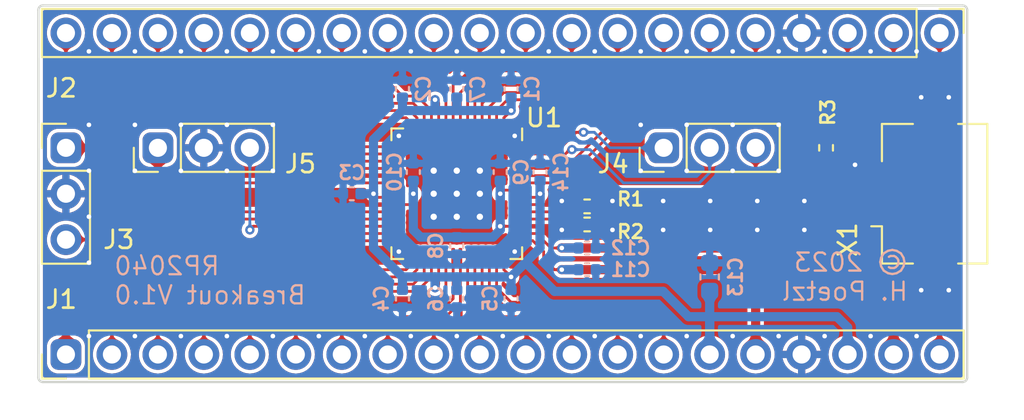
<source format=kicad_pcb>
(kicad_pcb (version 20221018) (generator pcbnew)

  (general
    (thickness 0.92424)
  )

  (paper "A4")
  (layers
    (0 "F.Cu" signal "Front")
    (31 "B.Cu" signal "Back")
    (34 "B.Paste" user)
    (35 "F.Paste" user)
    (36 "B.SilkS" user "B.Silkscreen")
    (37 "F.SilkS" user "F.Silkscreen")
    (38 "B.Mask" user)
    (39 "F.Mask" user)
    (44 "Edge.Cuts" user)
    (45 "Margin" user)
    (46 "B.CrtYd" user "B.Courtyard")
    (47 "F.CrtYd" user "F.Courtyard")
    (49 "F.Fab" user)
  )

  (setup
    (stackup
      (layer "F.SilkS" (type "Top Silk Screen"))
      (layer "F.Paste" (type "Top Solder Paste"))
      (layer "F.Mask" (type "Top Solder Mask") (thickness 0.01))
      (layer "F.Cu" (type "copper") (thickness 0.07112))
      (layer "dielectric 1" (type "core") (thickness 0.762) (material "FR4") (epsilon_r 4.5) (loss_tangent 0.02))
      (layer "B.Cu" (type "copper") (thickness 0.07112))
      (layer "B.Mask" (type "Bottom Solder Mask") (thickness 0.01))
      (layer "B.Paste" (type "Bottom Solder Paste"))
      (layer "B.SilkS" (type "Bottom Silk Screen"))
      (copper_finish "None")
      (dielectric_constraints no)
    )
    (pad_to_mask_clearance 0.0508)
    (grid_origin 99.06 88.9)
    (pcbplotparams
      (layerselection 0x00010fc_ffffffff)
      (plot_on_all_layers_selection 0x0000000_00000000)
      (disableapertmacros false)
      (usegerberextensions false)
      (usegerberattributes true)
      (usegerberadvancedattributes true)
      (creategerberjobfile true)
      (dashed_line_dash_ratio 12.000000)
      (dashed_line_gap_ratio 3.000000)
      (svgprecision 6)
      (plotframeref false)
      (viasonmask false)
      (mode 1)
      (useauxorigin false)
      (hpglpennumber 1)
      (hpglpenspeed 20)
      (hpglpendiameter 15.000000)
      (dxfpolygonmode true)
      (dxfimperialunits true)
      (dxfusepcbnewfont true)
      (psnegative false)
      (psa4output false)
      (plotreference true)
      (plotvalue true)
      (plotinvisibletext false)
      (sketchpadsonfab false)
      (subtractmaskfromsilk false)
      (outputformat 1)
      (mirror false)
      (drillshape 1)
      (scaleselection 1)
      (outputdirectory "")
    )
  )

  (net 0 "")
  (net 1 "Net-(U1-USB_DP)")
  (net 2 "Net-(U1-USB_DM)")
  (net 3 "Net-(X1-ID)")
  (net 4 "IOVDD")
  (net 5 "/GPIO0")
  (net 6 "/GPIO1")
  (net 7 "/GPIO2")
  (net 8 "/GPIO3")
  (net 9 "/GPIO4")
  (net 10 "/GPIO5")
  (net 11 "/GPIO6")
  (net 12 "/GPIO7")
  (net 13 "/GPIO8")
  (net 14 "/GPIO9")
  (net 15 "/GPIO10")
  (net 16 "/GPIO11")
  (net 17 "/GPIO12")
  (net 18 "/GPIO13")
  (net 19 "/GPIO14")
  (net 20 "/GPIO15")
  (net 21 "/GPIO16")
  (net 22 "/GPIO17")
  (net 23 "/GPIO18")
  (net 24 "/GPIO19")
  (net 25 "/GPIO20")
  (net 26 "/GPIO21")
  (net 27 "/GPIO22")
  (net 28 "/GPIO23")
  (net 29 "/GPIO24")
  (net 30 "/GPIO25")
  (net 31 "/GPIO26")
  (net 32 "/GPIO27")
  (net 33 "/GPIO28")
  (net 34 "/GPIO29")
  (net 35 "/QSPI.SCLK")
  (net 36 "/QSPI.SS")
  (net 37 "/QSPI.D0")
  (net 38 "/QSPI.D3")
  (net 39 "/QSPI.D2")
  (net 40 "/QSPI.D1")
  (net 41 "XIN")
  (net 42 "SWCLK")
  (net 43 "RUN")
  (net 44 "SWDIO")
  (net 45 "GNDD")
  (net 46 "DVDD")
  (net 47 "DM")
  (net 48 "DP")
  (net 49 "ADC_AVDD")
  (net 50 "VREG_IN")
  (net 51 "VBUS")
  (net 52 "unconnected-(U1-XOUT-Pad21)")

  (footprint "MCU_RaspberryPi_and_Boards:RP2040-QFN-56" (layer "F.Cu") (at 99.06 88.9 -90))

  (footprint "Resistor_SMD:R_0402_1005Metric" (layer "F.Cu") (at 119.46 86.36 -90))

  (footprint "Connector_PinHeader_2.54mm:PinHeader_1x03_P2.54mm_Vertical" (layer "F.Cu") (at 77.47 86.36))

  (footprint "Connector_PinHeader_2.54mm:PinHeader_1x20_P2.54mm_Vertical" (layer "F.Cu") (at 125.73 80.01 -90))

  (footprint "Connector_USB:USB_Micro-B_Amphenol_10104110_Horizontal" (layer "F.Cu") (at 124.206 88.9 90))

  (footprint "Resistor_SMD:R_0402_1005Metric" (layer "F.Cu") (at 106.26 89.6))

  (footprint "Connector_PinHeader_2.54mm:PinHeader_1x20_P2.54mm_Vertical" (layer "F.Cu") (at 77.47 97.79 90))

  (footprint "Resistor_SMD:R_0402_1005Metric" (layer "F.Cu") (at 106.26 90.6))

  (footprint "Connector_PinHeader_2.54mm:PinHeader_1x03_P2.54mm_Vertical" (layer "F.Cu") (at 82.55 86.36 90))

  (footprint "Connector_PinHeader_2.54mm:PinHeader_1x03_P2.54mm_Vertical" (layer "F.Cu") (at 110.49 86.36 90))

  (footprint "Capacitor_SMD:C_0402_1005Metric" (layer "B.Cu") (at 101.46 87.7 90))

  (footprint "Capacitor_SMD:C_0402_1005Metric" (layer "B.Cu") (at 96.06 94.7 -90))

  (footprint "Capacitor_SMD:C_0402_1005Metric" (layer "B.Cu") (at 106.26 91.9))

  (footprint "Capacitor_SMD:C_0402_1005Metric" (layer "B.Cu") (at 102.06 83.1 90))

  (footprint "Capacitor_SMD:C_0402_1005Metric" (layer "B.Cu") (at 102.06 94.7 -90))

  (footprint "Capacitor_SMD:C_0402_1005Metric" (layer "B.Cu") (at 99.06 83.1 90))

  (footprint "Capacitor_SMD:C_0402_1005Metric" (layer "B.Cu") (at 99.06 91.78 -90))

  (footprint "Capacitor_SMD:C_0402_1005Metric" (layer "B.Cu") (at 96.66 87.7 90))

  (footprint "Capacitor_SMD:C_0402_1005Metric" (layer "B.Cu") (at 103.66 87.7 90))

  (footprint "Capacitor_SMD:C_0603_1608Metric" (layer "B.Cu") (at 113.03 93.5 90))

  (footprint "Capacitor_SMD:C_0402_1005Metric" (layer "B.Cu") (at 99.06 94.7 -90))

  (footprint "Capacitor_SMD:C_0402_1005Metric" (layer "B.Cu") (at 96.06 83.1 90))

  (footprint "Capacitor_SMD:C_0402_1005Metric" (layer "B.Cu") (at 93.26 88.9 180))

  (footprint "Capacitor_SMD:C_0402_1005Metric" (layer "B.Cu") (at 106.26 93.1))

  (gr_arc (start 127 78.486) (mid 127.179605 78.560395) (end 127.254 78.74)
    (stroke (width 0.127) (type solid)) (layer "Edge.Cuts") (tstamp 0157c747-73d4-4488-bd8d-93eb72b2df63))
  (gr_arc (start 76.2 99.314) (mid 76.020395 99.239605) (end 75.946 99.06)
    (stroke (width 0.127) (type solid)) (layer "Edge.Cuts") (tstamp 6d70fe19-61b6-4b30-ba76-0d13c08b41c9))
  (gr_line (start 75.946 99.06) (end 75.946 78.74)
    (stroke (width 0.127) (type solid)) (layer "Edge.Cuts") (tstamp 810d4eab-fe0f-4c8d-be6f-51ffbfb92d90))
  (gr_line (start 127.254 78.74) (end 127.254 99.06)
    (stroke (width 0.127) (type solid)) (layer "Edge.Cuts") (tstamp 8217495c-7a7e-49ad-8cff-f3763e9756d9))
  (gr_line (start 76.2 78.486) (end 127 78.486)
    (stroke (width 0.127) (type solid)) (layer "Edge.Cuts") (tstamp 84a82d44-cb5f-4cb4-9280-4536ecad5d59))
  (gr_arc (start 75.946 78.74) (mid 76.020395 78.560395) (end 76.2 78.486)
    (stroke (width 0.127) (type solid)) (layer "Edge.Cuts") (tstamp a745274b-b3e2-404c-aa27-0a78aea34e50))
  (gr_line (start 127 99.314) (end 76.2 99.314)
    (stroke (width 0.127) (type solid)) (layer "Edge.Cuts") (tstamp af4be175-d321-435b-8cea-b7cdedc969ff))
  (gr_arc (start 127.254 99.06) (mid 127.179605 99.239605) (end 127 99.314)
    (stroke (width 0.127) (type solid)) (layer "Edge.Cuts") (tstamp f4522e67-0f84-49d7-8d41-354528e89334))
  (gr_text "© 2023\nH. Poetzl" (at 124.06 93.5) (layer "B.SilkS") (tstamp be74d927-9d44-4574-8cf5-a36614ca680f)
    (effects (font (size 1 1) (thickness 0.127)) (justify left mirror))
  )
  (gr_text "RP2040\nBreakout V1.0" (at 80.06 93.7) (layer "B.SilkS") (tstamp f42359a3-d003-4256-8e8b-82a6d3285111)
    (effects (font (size 1 1) (thickness 0.127)) (justify right mirror))
  )

  (segment (start 105.06 89.9) (end 102.4975 89.9) (width 0.1524) (layer "F.Cu") (net 1) (tstamp 62332e21-8c17-430b-9f68-11af8e445720))
  (segment (start 105.36 89.6) (end 105.06 89.9) (width 0.1524) (layer "F.Cu") (net 1) (tstamp a958e257-0fbe-4d01-a81f-90df04f694b3))
  (segment (start 105.75 89.6) (end 105.36 89.6) (width 0.1524) (layer "F.Cu") (net 1) (tstamp dde2dd12-59c3-41db-b35e-ad38b44867dd))
  (segment (start 105.06 90.3) (end 102.4975 90.3) (width 0.1524) (layer "F.Cu") (net 2) (tstamp 0232d9be-cf76-43ba-8632-25dd267cb7d6))
  (segment (start 105.75 90.6) (end 105.36 90.6) (width 0.1524) (layer "F.Cu") (net 2) (tstamp ec858ab7-2edc-49da-a9aa-f9e1939d2b4e))
  (segment (start 105.36 90.6) (end 105.06 90.3) (width 0.1524) (layer "F.Cu") (net 2) (tstamp ecd8eecf-bf2d-4707-9e40-11e92488af34))
  (segment (start 120.01 88.25) (end 119.46 87.7) (width 0.1524) (layer "F.Cu") (net 3) (tstamp 2751b2ef-72d6-46f2-a059-bda686bdc9c7))
  (segment (start 119.46 87.7) (end 119.46 86.87) (width 0.1524) (layer "F.Cu") (net 3) (tstamp 62506866-7892-4ae4-b193-3e7809d98128))
  (segment (start 122.656 88.25) (end 120.01 88.25) (width 0.1524) (layer "F.Cu") (net 3) (tstamp c5cabd5c-4752-4632-9f31-c8b2dd9fbb93))
  (segment (start 103.46 89.5) (end 103.66 89.3) (width 0.1524) (layer "F.Cu") (net 4) (tstamp 071747fb-1089-4f42-b86c-e2cfa42cac95))
  (segment (start 101.66 84.7) (end 101.66 85.4625) (width 0.1524) (layer "F.Cu") (net 4) (tstamp 0ec211ae-9c2b-4a5f-91ab-9cd1a56f11ed))
  (segment (start 102.06 93.5) (end 101.66 93.1) (width 0.1524) (layer "F.Cu") (net 4) (tstamp 2b676386-3f60-48bb-9aeb-a4c396309958))
  (segment (start 98.06 85.4625) (end 98.06 83.9) (width 0.1524) (layer "F.Cu") (net 4) (tstamp 3a622d9c-2750-48ba-a96a-81fb4cc98a0a))
  (segment (start 98.06 83.9) (end 97.86 83.7) (width 0.1524) (layer "F.Cu") (net 4) (tstamp 4d443e03-7ba5-4210-a6b9-f5ee76ad1744))
  (segment (start 98.06 93.9) (end 98.06 92.3375) (width 0.1524) (layer "F.Cu") (net 4) (tstamp 4ff10f28-9785-4162-83c9-5c2d4b9c1364))
  (segment (start 102.06 84.3) (end 101.66 84.7) (width 0.1524) (layer "F.Cu") (net 4) (tstamp 5f478be7-2af8-44f4-b3cb-7b867d9be706))
  (segment (start 95.6225 89.1) (end 94.66 89.1) (width 0.1524) (layer "F.Cu") (net 4) (tstamp 693bee47-a691-4e2e-818d-b24df930a1fe))
  (segment (start 94.66 89.1) (end 94.46 88.9) (width 0.1524) (layer "F.Cu") (net 4) (tstamp b74f6ada-b3a8-4176-8432-ec23e4e92946))
  (segment (start 102.4975 89.5) (end 103.46 89.5) (width 0.1524) (layer "F.Cu") (net 4) (tstamp b82febba-6c94-402b-9d3d-7375e8d03ebd))
  (segment (start 102.4975 89.1) (end 103.46 89.1) (width 0.1524) (layer "F.Cu") (net 4) (tstamp ceb4fd5c-f28e-4841-a075-511d3022ffe2))
  (segment (start 103.66 89.3) (end 103.66 89.1) (width 0.1524) (layer "F.Cu") (net 4) (tstamp cf373603-5ce2-4b92-8a4f-85c355c9c063))
  (segment (start 101.66 93.1) (end 101.66 92.3375) (width 0.1524) (layer "F.Cu") (net 4) (tstamp d334c315-8fec-4ced-8a08-7b4c28071cdb))
  (segment (start 97.86 94.1) (end 98.06 93.9) (width 0.1524) (layer "F.Cu") (net 4) (tstamp d95dade2-651e-45ab-a12b-b74c2313821d))
  (segment (start 103.46 89.1) (end 103.66 88.9) (width 0.1524) (layer "F.Cu") (net 4) (tstamp f08e17d7-1f07-4120-bd1d-3f7d88f76516))
  (via (at 102.06 93.5) (size 0.508) (drill 0.254) (layers "F.Cu" "B.Cu") (net 4) (tstamp 0a30c8c8-6310-4c4d-8325-b252e50688ec))
  (via (at 97.86 94.1) (size 0.508) (drill 0.254) (layers "F.Cu" "B.Cu") (net 4) (tstamp 28eea899-73ff-48a5-8072-3bcb69d40b55))
  (via (at 97.86 83.7) (size 0.508) (drill 0.254) (layers "F.Cu" "B.Cu") (net 4) (tstamp 3f821944-dd24-4fed-9ef0-84788d078537))
  (via (at 94.46 88.9) (size 0.508) (drill 0.254) (layers "F.Cu" "B.Cu") (net 4) (tstamp 4d843181-0de8-4a59-b4be-f992a4dacdd3))
  (via (at 102.06 84.3) (size 0.508) (drill 0.254) (layers "F.Cu" "B.Cu") (net 4) (tstamp 8cb1afbc-0e81-4e27-8300-c94b9876c9f8))
  (via (at 103.66 88.9) (size 0.508) (drill 0.254) (layers "F.Cu" "B.Cu") (net 4) (tstamp addf59f0-93fe-413c-bed0-46e33f88c4b0))
  (segment (start 102.86 92.7) (end 103.66 91.9) (width 0.508) (layer "B.Cu") (net 4) (tstamp 062909f8-c0b5-4899-a804-e3f719d0ffa8))
  (segment (start 102.06 84.3) (end 102.06 83.58) (width 0.508) (layer "B.Cu") (net 4) (tstamp 08f95965-cb62-49c7-94c3-f7ffb53ea956))
  (segment (start 120.65 96.29) (end 120.65 97.79) (width 0.508) (layer "B.Cu") (net 4) (tstamp 19be9977-e9db-4dcb-ab93-e97f5b58c33f))
  (segment (start 97.86 84.3) (end 99.06 84.3) (width 0.508) (layer "B.Cu") (net 4) (tstamp 1bc34934-a429-4170-9ab4-70eb645ba767))
  (segment (start 110.46 94.3) (end 104.46 94.3) (width 0.508) (layer "B.Cu") (net 4) (tstamp 20cdae17-5f10-4e34-a9bd-b4a264841fc6))
  (segment (start 94.46 88.9) (end 93.74 88.9) (width 0.508) (layer "B.Cu") (net 4) (tstamp 2383dfed-e222-49df-ba05-1c8f04a9fc12))
  (segment (start 101.66 93.5) (end 99.06 93.5) (width 0.508) (layer "B.Cu") (net 4) (tstamp 27fab9de-efd0-459a-b1d8-7143dc71a78f))
  (segment (start 99.06 84.3) (end 99.06 83.58) (width 0.508) (layer "B.Cu") (net 4) (tstamp 393af4ba-68f9-458b-86f3-e61a5280b4d5))
  (segment (start 96.06 84.3) (end 96.06 83.58) (width 0.508) (layer "B.Cu") (net 4) (tstamp 4caf4d0d-f365-4b4d-9232-24f467220fcf))
  (segment (start 113.03 96.67) (end 113.03 97.79) (width 0.508) (layer "B.Cu") (net 4) (tstamp 4cda60ac-fa43-4482-ac36-5b43dc8dc06c))
  (segment (start 94.46 89.3) (end 94.46 88.9) (width 0.508) (layer "B.Cu") (net 4) (tstamp 5132128e-ea3f-43da-a499-357f1a2cde81))
  (segment (start 102.06 93.5) (end 102.06 94.22) (width 0.508) (layer "B.Cu") (net 4) (tstamp 590cda70-ab28-4a52-a2ae-07782644d1ce))
  (segment (start 96.06 84.3) (end 97.86 84.3) (width 0.508) (layer "B.Cu") (net 4) (tstamp 739c8204-8731-4560-8b8b-d20441839b1f))
  (segment (start 96.06 93.5) (end 94.46 91.9) (width 0.508) (layer "B.Cu") (net 4) (tstamp 7556c9e0-37a0-4fb1-9c0d-97665b2d2bdb))
  (segment (start 97.86 93.5) (end 97.86 94.1) (width 0.508) (layer "B.Cu") (net 4) (tstamp 83221903-f0bf-492d-878e-651b289e2756))
  (segment (start 102.06 93.5) (end 102.86 92.7) (width 0.508) (layer "B.Cu") (net 4) (tstamp 874cb60b-da05-4a4e-9d9c-8cf6cdd2998e))
  (segment (start 111.86 95.7) (end 110.46 94.3) (width 0.508) (layer "B.Cu") (net 4) (tstamp 89a82458-cc67-44ce-932b-25daac4b152f))
  (segment (start 94.46 85.9) (end 96.06 84.3) (width 0.508) (layer "B.Cu") (net 4) (tstamp 93933955-db23-4aa4-942d-8b81c66350c6))
  (segment (start 99.06 93.5) (end 99.06 94.22) (width 0.508) (layer "B.Cu") (net 4) (tstamp 992abb67-92c1-4e9e-8932-6c1d4a3f2aed))
  (segment (start 103.66 89.3) (end 103.66 88.18) (width 0.508) (layer "B.Cu") (net 4) (tstamp 9b0c2514-3045-49ea-a8eb-2fed8d695865))
  (segment (start 113.03 96.67) (end 113.03 94.275) (width 0.508) (layer "B.Cu") (net 4) (tstamp 9b10b277-6bea-420e-9eb4-ed9e92efa577))
  (segment (start 102.06 93.5) (end 101.66 93.5) (width 0.508) (layer "B.Cu") (net 4) (tstamp a82255ca-de34-4172-9125-97451148857c))
  (segment (start 99.06 93.5) (end 97.86 93.5) (width 0.508) (layer "B.Cu") (net 4) (tstamp b4e893bc-02c8-48b0-a55a-79206b8efeee))
  (segment (start 94.46 89.3) (end 94.46 89.1) (width 0.508) (layer "B.Cu") (net 4) (tstamp bad646f1-770c-4097-b701-fd5f2c32b597))
  (segment (start 94.46 89.1) (end 94.46 85.9) (width 0.508) (layer "B.Cu") (net 4) (tstamp bd1b9a16-2d00-439b-a3a0-2716576ac315))
  (segment (start 97.86 93.5) (end 96.06 93.5) (width 0.508) (layer "B.Cu") (net 4) (tstamp caef5065-0e80-415f-acc1-aa5f5298e5ff))
  (segment (start 101.66 84.3) (end 102.06 84.3) (width 0.508) (layer "B.Cu") (net 4) (tstamp ceb02021-8c4b-4d9c-a3e1-95fdf6d7bb81))
  (segment (start 113.03 95.67) (end 113.06 95.7) (width 0.508) (layer "B.Cu") (net 4) (tstamp d05db085-5c91-4cf4-b85b-b7d9e05858ba))
  (segment (start 113.03 95.67) (end 113.03 96.67) (width 0.508) (layer "B.Cu") (net 4) (tstamp d22e7b41-0277-479a-a47f-14292897371d))
  (segment (start 113.06 95.7) (end 111.86 95.7) (width 0.508) (layer "B.Cu") (net 4) (tstamp d8a25887-2913-4e0d-9f5d-1970f4f50171))
  (segment (start 103.66 91.9) (end 103.66 88.9) (width 0.508) (layer "B.Cu") (net 4) (tstamp d8a273aa-e087-49e1-b6aa-3f49975a005f))
  (segment (start 99.06 84.3) (end 101.66 84.3) (width 0.508) (layer "B.Cu") (net 4) (tstamp dd692f2c-ba62-429a-a2cc-20560b11c7fd))
  (segment (start 113.06 95.7) (end 120.06 95.7) (width 0.508) (layer "B.Cu") (net 4) (tstamp e006cde6-16a7-4cc5-aa8f-8e19b08cfbd4))
  (segment (start 120.06 95.7) (end 120.65 96.29) (width 0.508) (layer "B.Cu") (net 4) (tstamp e84ab630-8a3d-4882-af01-cae96a593928))
  (segment (start 96.06 93.5) (end 96.06 94.22) (width 0.508) (layer "B.Cu") (net 4) (tstamp ecb9172e-606b-4b35-b84f-1c0724fa8bfd))
  (segment (start 104.46 94.3) (end 102.86 92.7) (width 0.508) (layer "B.Cu") (net 4) (tstamp ee587e52-2a1f-4774-ab96-bece6d4ce318))
  (segment (start 94.46 91.9) (end 94.46 89.3) (width 0.508) (layer "B.Cu") (net 4) (tstamp f9480421-e707-4615-b3cc-938d2bf04a83))
  (segment (start 97.86 83.7) (end 97.86 84.3) (width 0.508) (layer "B.Cu") (net 4) (tstamp f9bd71b8-6655-4dea-9426-00be3241317a))
  (segment (start 107.66 82.9) (end 114.46 82.9) (width 0.1524) (layer "F.Cu") (net 5) (tstamp 019764e8-6071-41d8-90b1-101c30794a7a))
  (segment (start 101.26 84.3) (end 101.86 83.7) (width 0.1524) (layer "F.Cu") (net 5) (tstamp 1057e351-ff01-4472-a147-d21d3fe72fc2))
  (segment (start 101.86 83.7) (end 106.86 83.7) (width 0.1524) (layer "F.Cu") (net 5) (tstamp 13a10679-2e94-4873-b405-bb91cce601b9))
  (segment (start 115.57 81.79) (end 115.57 80.01) (width 0.1524) (layer "F.Cu") (net 5) (tstamp 1d27a0e6-7237-4018-8c1b-fb93777748a2))
  (segment (start 101.26 85.4625) (end 101.26 84.3) (width 0.1524) (layer "F.Cu") (net 5) (tstamp 2f3b0e3b-46d0-4f24-ac21-d7c485558aa6))
  (segment (start 106.86 83.7) (end 107.66 82.9) (width 0.1524) (layer "F.Cu") (net 5) (tstamp add68d4a-82aa-4bc4-b07c-baec571e7d46))
  (segment (start 114.46 82.9) (end 115.57 81.79) (width 0.1524) (layer "F.Cu") (net 5) (tstamp f9ca22f5-6f65-494e-a216-5666e5b377ae))
  (segment (start 113.06 81.7) (end 113.03 81.67) (width 0.1524) (layer "F.Cu") (net 6) (tstamp 38836829-e0a9-4f7b-ac96-413e9c542c22))
  (segment (start 100.86 85.4625) (end 100.86 84.1) (width 0.1524) (layer "F.Cu") (net 6) (tstamp 4202cc61-df3f-4526-b0d1-52cd91ca727e))
  (segment (start 101.66 83.3) (end 106.66 83.3) (width 0.1524) (layer "F.Cu") (net 6) (tstamp 4a6ad9d9-d226-4363-880b-663930d45da7))
  (segment (start 106.66 83.3) (end 107.46 82.5) (width 0.1524) (layer "F.Cu") (net 6) (tstamp 5e4e9685-d2a3-4109-bf30-5c1d25bc6956))
  (segment (start 100.86 84.1) (end 101.66 83.3) (width 0.1524) (layer "F.Cu") (net 6) (tstamp 8f50a897-7abe-4807-a6a9-eac39d267ed0))
  (segment (start 107.46 82.5) (end 112.26 82.5) (width 0.1524) (layer "F.Cu") (net 6) (tstamp aaef3334-5706-4861-95e0-3a600acb3b19))
  (segment (start 113.03 81.67) (end 113.03 80.01) (width 0.1524) (layer "F.Cu") (net 6) (tstamp b4a3fdd8-2bf8-465b-a41e-234e2c1982f2))
  (segment (start 112.26 82.5) (end 113.06 81.7) (width 0.1524) (layer "F.Cu") (net 6) (tstamp cd82ddd7-e78b-4151-a51d-f44e0ec977c5))
  (segment (start 110.49 81.27) (end 110.49 80.01) (width 0.1524) (layer "F.Cu") (net 7) (tstamp 01d4c694-8ace-46c7-89fe-fae18f5387c3))
  (segment (start 100.46 85.4625) (end 100.46 83.9) (width 0.1524) (layer "F.Cu") (net 7) (tstamp 5b1bbc39-0ac5-4b47-8486-588c4b64cf77))
  (segment (start 100.46 83.9) (end 101.46 82.9) (width 0.1524) (layer "F.Cu") (net 7) (tstamp 6229dcba-7394-4cbe-8db9-ece554bb2453))
  (segment (start 101.46 82.9) (end 106.46 82.9) (width 0.1524) (layer "F.Cu") (net 7) (tstamp 88e36712-b4db-4829-b9ec-6a4268b94902))
  (segment (start 106.46 82.9) (end 107.26 82.1) (width 0.1524) (layer "F.Cu") (net 7) (tstamp cc432575-b971-4d8b-b351-89da56ffc4a1))
  (segment (start 109.66 82.1) (end 110.49 81.27) (width 0.1524) (layer "F.Cu") (net 7) (tstamp f49e503d-cdcd-46b6-a868-80da6b696c97))
  (segment (start 107.26 82.1) (end 109.66 82.1) (width 0.1524) (layer "F.Cu") (net 7) (tstamp fbf4f142-8db2-4278-8814-affc90254864))
  (segment (start 101.26 82.5) (end 106.26 82.5) (width 0.1524) (layer "F.Cu") (net 8) (tstamp 10cf8f21-fdfc-4fa8-bc2a-98f2496907ad))
  (segment (start 107.95 81.21) (end 107.95 80.01) (width 0.1524) (layer "F.Cu") (net 8) (tstamp 1382fd45-ae6e-473d-8528-2dbd18c0909b))
  (segment (start 100.06 85.4625) (end 100.06 83.7) (width 0.1524) (layer "F.Cu") (net 8) (tstamp 14a7da0a-5fc9-4dae-ad98-46738cbd16b9))
  (segment (start 107.06 81.7) (end 107.46 81.7) (width 0.1524) (layer "F.Cu") (net 8) (tstamp 400eb262-25b7-4cb2-913e-11ef7dea2413))
  (segment (start 100.06 83.7) (end 101.26 82.5) (width 0.1524) (layer "F.Cu") (net 8) (tstamp 96117dcb-b48b-45ec-8c3d-263507bbad6a))
  (segment (start 107.46 81.7) (end 107.95 81.21) (width 0.1524) (layer "F.Cu") (net 8) (tstamp a5206fab-83db-4f0a-b405-2beb2ada4f85))
  (segment (start 106.26 82.5) (end 107.06 81.7) (width 0.1524) (layer "F.Cu") (net 8) (tstamp b184ef57-3f89-4699-9cb4-2e6b0f7fdce6))
  (segment (start 105.41 81.55) (end 105.41 80.01) (width 0.1524) (layer "F.Cu") (net 9) (tstamp 04bf59b6-53bd-483c-aa7e-752b1c5991e8))
  (segment (start 99.66 85.4625) (end 99.66 83.5) (width 0.1524) (layer "F.Cu") (net 9) (tstamp 60bf0604-efec-4d90-8004-688177151191))
  (segment (start 99.66 83.5) (end 101.06 82.1) (width 0.1524) (layer "F.Cu") (net 9) (tstamp 6e493c7e-dd95-45c4-aacf-1dce682f2791))
  (segment (start 101.06 82.1) (end 104.86 82.1) (width 0.1524) (layer "F.Cu") (net 9) (tstamp e58d0942-a94b-4974-b596-7669ed6effc5))
  (segment (start 104.86 82.1) (end 105.41 81.55) (width 0.1524) (layer "F.Cu") (net 9) (tstamp fcf453d6-36fd-478b-af71-6c5b6fd75e36))
  (segment (start 99.26 85.4625) (end 99.26 83.3) (width 0.1524) (layer "F.Cu") (net 10) (tstamp 14bae528-a782-45d1-b476-96e26d483faa))
  (segment (start 99.26 83.3) (end 100.86 81.7) (width 0.1524) (layer "F.Cu") (net 10) (tstamp 21540521-0a0e-4dfc-8180-efeee026ddae))
  (segment (start 102.46 81.7) (end 102.87 81.29) (width 0.1524) (layer "F.Cu") (net 10) (tstamp 651b627b-79ef-4fbd-93a4-2907fe14531a))
  (segment (start 100.86 81.7) (end 102.46 81.7) (width 0.1524) (layer "F.Cu") (net 10) (tstamp 92699258-6dd7-47cb-998a-d75c7be11ad5))
  (segment (start 102.87 81.29) (end 102.87 80.01) (width 0.1524) (layer "F.Cu") (net 10) (tstamp ee466de1-04d7-4a5d-b469-edcacffdc962))
  (segment (start 98.86 82.5) (end 100.33 81.03) (width 0.1524) (layer "F.Cu") (net 11) (tstamp 73d87ba4-c45a-4254-8798-98795e5a03be))
  (segment (start 100.33 81.03) (end 100.33 80.01) (width 0.1524) (layer "F.Cu") (net 11) (tstamp 92f50ffa-469e-435f-81a4-d1e9bf6437c0))
  (segment (start 98.86 85.4625) (end 98.86 82.5) (width 0.1524) (layer "F.Cu") (net 11) (tstamp b2cc466b-61e6-40b1-8153-75992413258e))
  (segment (start 98.46 82.5) (end 97.79 81.83) (width 0.1524) (layer "F.Cu") (net 12) (tstamp 02f0971c-f605-49cb-adb4-680c4166e0d0))
  (segment (start 97.79 81.83) (end 97.79 80.01) (width 0.1524) (layer "F.Cu") (net 12) (tstamp 599aa489-c6dc-4af5-ba36-e1e1ca31fd78))
  (segment (start 98.46 85.4625) (end 98.46 82.5) (width 0.1524) (layer "F.Cu") (net 12) (tstamp 6bc3524d-ddca-4396-b15d-2d68015d2b8a))
  (segment (start 95.25 82.69) (end 95.25 80.01) (width 0.1524) (layer "F.Cu") (net 13) (tstamp 092cb813-2176-441f-9f84-14adeff248e8))
  (segment (start 97.66 85.4625) (end 97.66 84.3) (width 0.1524) (layer "F.Cu") (net 13) (tstamp 1e650429-fe0f-4b89-9363-d669bdb73e8b))
  (segment (start 96.06 83.5) (end 95.25 82.69) (width 0.1524) (layer "F.Cu") (net 13) (tstamp 367d667b-60c2-4204-9acd-e66eabcd839c))
  (segment (start 96.86 83.5) (end 96.06 83.5) (width 0.1524) (layer "F.Cu") (net 13) (tstamp 938c86ba-2867-431c-81c5-7c8cef8581e0))
  (segment (start 97.66 84.3) (end 96.86 83.5) (width 0.1524) (layer "F.Cu") (net 13) (tstamp f907c0bb-f642-4cd0-b750-1b8987f30580))
  (segment (start 92.71 82.55) (end 92.71 80.01) (width 0.1524) (layer "F.Cu") (net 14) (tstamp 1dbc2f99-200d-406f-8c35-cda012db4b37))
  (segment (start 97.26 85.4625) (end 97.26 84.5) (width 0.1524) (layer "F.Cu") (net 14) (tstamp 61649b0a-89d6-46c1-9f4d-c6bb07aa6c25))
  (segment (start 96.66 83.9) (end 94.06 83.9) (width 0.1524) (layer "F.Cu") (net 14) (tstamp bd53686b-533d-472b-9172-6115e1f354a4))
  (segment (start 97.26 84.5) (end 96.66 83.9) (width 0.1524) (layer "F.Cu") (net 14) (tstamp d5ce0e31-133b-460b-a234-c96160326f60))
  (segment (start 94.06 83.9) (end 92.71 82.55) (width 0.1524) (layer "F.Cu") (net 14) (tstamp f6d01704-a16c-417e-9819-a70f6daaace4))
  (segment (start 96.86 85.4625) (end 96.86 84.7) (width 0.1524) (layer "F.Cu") (net 15) (tstamp 114922c2-33f2-4b91-a846-80fc572aa5df))
  (segment (start 90.17 81.21) (end 90.17 80.01) (width 0.1524) (layer "F.Cu") (net 15) (tstamp 6a0cbbc8-9034-458b-b94d-d646099d8734))
  (segment (start 96.86 84.7) (end 96.46 84.3) (width 0.1524) (layer "F.Cu") (net 15) (tstamp 6bfbf4eb-28d9-4420-86dd-9a4106f65de4))
  (segment (start 96.46 84.3) (end 93.26 84.3) (width 0.1524) (layer "F.Cu") (net 15) (tstamp 754ac4a5-b5f9-4e27-b814-393be010ec5b))
  (segment (start 93.26 84.3) (end 90.17 81.21) (width 0.1524) (layer "F.Cu") (net 15) (tstamp c644691c-9c14-41d5-883a-bc8ce135bbf0))
  (segment (start 96.46 85.4625) (end 96.46 84.9) (width 0.1524) (layer "F.Cu") (net 16) (tstamp 110acc5c-f6c5-4b9e-9a57-04e7716b0e9d))
  (segment (start 90.46 82.1) (end 88.26 82.1) (width 0.1524) (layer "F.Cu") (net 16) (tstamp 27b662c0-5b4e-487f-be5e-8d842ffbe1cb))
  (segment (start 96.26 84.7) (end 93.06 84.7) (width 0.1524) (layer "F.Cu") (net 16) (tstamp 70b6159d-08cc-4d5b-81da-9a2cd8e311df))
  (segment (start 93.06 84.7) (end 90.46 82.1) (width 0.1524) (layer "F.Cu") (net 16) (tstamp 9392471d-a5fb-4954-b541-11776bb249f4))
  (segment (start 96.46 84.9) (end 96.26 84.7) (width 0.1524) (layer "F.Cu") (net 16) (tstamp 9f2a711d-62be-4b99-9fa5-2f8af3cdf9d6))
  (segment (start 87.63 81.47) (end 87.63 80.01) (width 0.1524) (layer "F.Cu") (net 16) (tstamp a00136f4-2b48-4fca-87af-4fbccb0f5daa))
  (segment (start 88.26 82.1) (end 87.63 81.47) (width 0.1524) (layer "F.Cu") (net 16) (tstamp ecf4560e-982f-4805-82a8-fd5c93a5e7d8))
  (segment (start 95.6225 86.3) (end 93.06 86.3) (width 0.1524) (layer "F.Cu") (net 17) (tstamp 23547e42-9e0a-4c61-b558-d9ce64ded4ad))
  (segment (start 87.06 83.3) (end 85.09 81.33) (width 0.1524) (layer "F.Cu") (net 17) (tstamp 30bc3d6e-f397-425f-9c78-4cef42ff5386))
  (segment (start 93.06 86.3) (end 90.06 83.3) (width 0.1524) (layer "F.Cu") (net 17) (tstamp 3f2ce5a6-58e2-42ea-bac1-5dbc1b24150f))
  (segment (start 90.06 83.3) (end 87.06 83.3) (width 0.1524) (layer "F.Cu") (net 17) (tstamp 5d86d0f2-2ebb-4483-9fc9-c92666b13870))
  (segment (start 85.09 81.33) (end 85.09 80.01) (width 0.1524) (layer "F.Cu") (net 17) (tstamp 98738c19-ac89-4a03-882e-bc494af941b8))
  (segment (start 95.6225 86.7) (end 92.86 86.7) (width 0.1524) (layer "F.Cu") (net 18) (tstamp 20759da7-c703-42c8-a05f-1380156defcc))
  (segment (start 82.55 81.39) (end 82.55 80.01) (width 0.1524) (layer "F.Cu") (net 18) (tstamp 43d9f85c-9cef-4d2f-b121-f540857a7404))
  (segment (start 92.86 86.7) (end 89.86 83.7) (width 0.1524) (layer "F.Cu") (net 18) (tstamp 60b8704b-1b38-42a6-9307-0b870999f0bd))
  (segment (start 89.86 83.7) (end 84.86 83.7) (width 0.1524) (layer "F.Cu") (net 18) (tstamp 7256fa0f-1300-44d4-bf58-a2e3885f6082))
  (segment (start 84.86 83.7) (end 82.55 81.39) (width 0.1524) (layer "F.Cu") (net 18) (tstamp 80bf5b18-f4a9-41a5-8df7-a6bb7b8bc488))
  (segment (start 89.66 84.1) (end 82.66 84.1) (width 0.1524) (layer "F.Cu") (net 19) (tstamp 39c0c3f9-1e57-48a6-9d0d-1dacb553fa6d))
  (segment (start 80.01 81.45) (end 80.01 80.01) (width 0.1524) (layer "F.Cu") (net 19) (tstamp 42fb999b-e00d-4797-838b-ce786f0c56d2))
  (segment (start 95.6225 87.1) (end 92.66 87.1) (width 0.1524) (layer "F.Cu") (net 19) (tstamp 5ced34ee-397a-4126-a798-805392cbd2cc))
  (segment (start 82.66 84.1) (end 80.01 81.45) (width 0.1524) (layer "F.Cu") (net 19) (tstamp 80c8d770-84b9-425d-9720-ddee370e0856))
  (segment (start 92.66 87.1) (end 89.66 84.1) (width 0.1524) (layer "F.Cu") (net 19) (tstamp ae334be3-bf24-4383-9ba7-0174bfe9525b))
  (segment (start 80.46 84.5) (end 77.47 81.51) (width 0.1524) (layer "F.Cu") (net 20) (tstamp 02e9ce6f-dfba-4003-84e9-2cc3cda06e63))
  (segment (start 92.46 87.5) (end 89.46 84.5) (width 0.1524) (layer "F.Cu") (net 20) (tstamp 08bb33ac-3238-44ce-bf6a-ed998c94c120))
  (segment (start 77.47 81.51) (end 77.47 80.01) (width 0.1524) (layer "F.Cu") (net 20) (tstamp 25d1d486-cc9d-4d9a-8ce7-9d3eab461cd5))
  (segment (start 95.6225 87.5) (end 92.46 87.5) (width 0.1524) (layer "F.Cu") (net 20) (tstamp 2b92f13a-2448-4833-92e9-393e86047a6c))
  (segment (start 89.46 84.5) (end 80.46 84.5) (width 0.1524) (layer "F.Cu") (net 20) (tstamp 8707c197-dd62-4cd2-bb89-1effe6396332))
  (segment (start 95.6225 91.1) (end 93.46 91.1) (width 0.1524) (layer "F.Cu") (net 21) (tstamp 4f3850f2-66e0-475e-a61d-12a934843066))
  (segment (start 92.66 91.9) (end 81.46 91.9) (width 0.1524) (layer "F.Cu") (net 21) (tstamp 74d14397-6002-4e7e-8af2-9e132314a0c2))
  (segment (start 93.46 91.1) (end 92.66 91.9) (width 0.1524) (layer "F.Cu") (net 21) (tstamp 88a3d984-cfd1-4be3-8ecb-64e88f3accdd))
  (segment (start 81.46 91.9) (end 77.47 95.89) (width 0.1524) (layer "F.Cu") (net 21) (tstamp b4474e73-992a-4b4a-8fb9-dce09d352f11))
  (segment (start 77.47 95.89) (end 77.47 97.79) (width 0.1524) (layer "F.Cu") (net 21) (tstamp c92c8690-8e2b-4585-bbb8-b9c1aa93466a))
  (segment (start 83.66 92.3) (end 80.01 95.95) (width 0.1524) (layer "F.Cu") (net 22) (tstamp 354f2e5c-589b-4864-ad28-bb83d57b4e0e))
  (segment (start 92.86 92.3) (end 83.66 92.3) (width 0.1524) (layer "F.Cu") (net 22) (tstamp 50729f79-8ce8-4d6d-a5ac-c1afb1fc4824))
  (segment (start 93.66 91.5) (end 92.86 92.3) (width 0.1524) (layer "F.Cu") (net 22) (tstamp 77a94827-a321-498a-98ef-7a92ca5d7a6b))
  (segment (start 80.01 95.95) (end 80.01 97.79) (width 0.1524) (layer "F.Cu") (net 22) (tstamp 881da10f-5aa6-46f6-b8f2-1d0b600cc713))
  (segment (start 95.6225 91.5) (end 93.66 91.5) (width 0.1524) (layer "F.Cu") (net 22) (tstamp d6344bb5-389d-4fde-a5f4-ed85eaeaf04c))
  (segment (start 82.55 96.01) (end 82.55 97.79) (width 0.1524) (layer "F.Cu") (net 23) (tstamp 4e101675-7652-4ec4-8280-480e1af46e70))
  (segment (start 85.46 93.1) (end 82.55 96.01) (width 0.1524) (layer "F.Cu") (net 23) (tstamp 631c7257-5094-4caa-81e0-1d8e9a82ab0a))
  (segment (start 96.46 92.3375) (end 96.46 92.9) (width 0.1524) (layer "F.Cu") (net 23) (tstamp 6dd5b2e2-795e-4822-b5c7-9c842ec0925e))
  (segment (start 96.26 93.1) (end 85.46 93.1) (width 0.1524) (layer "F.Cu") (net 23) (tstamp a129e838-0252-4001-8b4a-9785dd25d25b))
  (segment (start 96.46 92.9) (end 96.26 93.1) (width 0.1524) (layer "F.Cu") (net 23) (tstamp bad449ed-eb4b-48d1-b0c9-ea8cac8def89))
  (segment (start 87.66 93.5) (end 85.09 96.07) (width 0.1524) (layer "F.Cu") (net 24) (tstamp 5eb3a21b-2234-45d1-8d53-7a38690caa11))
  (segment (start 96.86 92.3375) (end 96.86 93.1) (width 0.1524) (layer "F.Cu") (net 24) (tstamp 64d85d15-b7e1-4833-a505-e7b28089b934))
  (segment (start 96.86 93.1) (end 96.46 93.5) (width 0.1524) (layer "F.Cu") (net 24) (tstamp 74220863-04c2-4700-aae9-7a888b975a64))
  (segment (start 85.09 96.07) (end 85.09 97.79) (width 0.1524) (layer "F.Cu") (net 24) (tstamp 8f35a5e7-910c-4af4-8fd7-8504e5aeda0c))
  (segment (start 96.46 93.5) (end 87.66 93.5) (width 0.1524) (layer "F.Cu") (net 24) (tstamp e99a07f1-1df0-4b20-ae5e-86a0561220d3))
  (segment (start 87.63 96.13) (end 87.63 97.79) (width 0.1524) (layer "F.Cu") (net 25) (tstamp 2271f966-2b98-4e6a-a14b-83ea25f99077))
  (segment (start 97.26 92.3375) (end 97.26 93.3) (width 0.1524) (layer "F.Cu") (net 25) (tstamp bd4cf3ff-c22e-40b6-87e7-47186003edce))
  (segment (start 89.86 93.9) (end 87.63 96.13) (width 0.1524) (layer "F.Cu") (net 25) (tstamp c7fd887c-d256-4e06-9852-dba6dfc72522))
  (segment (start 97.26 93.3) (end 96.66 93.9) (width 0.1524) (layer "F.Cu") (net 25) (tstamp d7250ea7-0e65-462f-af8c-5aa0cf822a99))
  (segment (start 96.66 93.9) (end 89.86 93.9) (width 0.1524) (layer "F.Cu") (net 25) (tstamp d9bd91a2-4c61-4edb-878e-b6c035cca64f))
  (segment (start 97.66 92.3375) (end 97.66 93.5) (width 0.1524) (layer "F.Cu") (net 26) (tstamp 11448f6e-c27e-44e6-b901-d96332a63627))
  (segment (start 92.06 94.3) (end 90.17 96.19) (width 0.1524) (layer "F.Cu") (net 26) (tstamp 3400fd31-beb2-4250-98ee-8c73c29ca509))
  (segment (start 97.66 93.5) (end 96.86 94.3) (width 0.1524) (layer "F.Cu") (net 26) (tstamp 3b958b01-7e86-45a8-9e34-ca473f5b1486))
  (segment (start 90.17 96.19) (end 90.17 97.79) (width 0.1524) (layer "F.Cu") (net 26) (tstamp 486d61c9-389c-42b7-b01b-df18c6d48044))
  (segment (start 96.86 94.3) (end 92.06 94.3) (width 0.1524) (layer "F.Cu") (net 26) (tstamp e69406b9-ac68-4a3f-8b62-d416badef424))
  (segment (start 98.46 92.3375) (end 98.46 94.5) (width 0.1524) (layer "F.Cu") (net 27) (tstamp 03af519f-ccdc-4a49-bd12-94884df206c3))
  (segment (start 92.71 96.25) (end 92.71 97.79) (width 0.1524) (layer "F.Cu") (net 27) (tstamp 0b97bc2c-7808-49f1-aa31-e5121f68573f))
  (segment (start 98.46 94.5) (end 97.66 95.3) (width 0.1524) (layer "F.Cu") (net 27) (tstamp 6dfd15aa-3c0d-45a2-b079-96f2d066d144))
  (segment (start 97.66 95.3) (end 93.66 95.3) (width 0.1524) (layer "F.Cu") (net 27) (tstamp 9a6833aa-8943-430d-bc3b-459f5f08f958))
  (segment (start 93.66 95.3) (end 92.71 96.25) (width 0.1524) (layer "F.Cu") (net 27) (tstamp b93dab42-a7e7-4da4-be04-9861f472d0c0))
  (segment (start 95.25 96.51) (end 95.25 97.79) (width 0.1524) (layer "F.Cu") (net 28) (tstamp 1e712aef-47f4-44c1-a1d8-6be685143e54))
  (segment (start 98.86 92.3375) (end 98.86 94.7) (width 0.1524) (layer "F.Cu") (net 28) (tstamp 47304fef-e734-4da1-bf22-83cdf80f73fb))
  (segment (start 96.06 95.7) (end 95.25 96.51) (width 0.1524) (layer "F.Cu") (net 28) (tstamp bbf8c27d-f340-45b3-b6d0-b5d086bb317d))
  (segment (start 97.86 95.7) (end 96.06 95.7) (width 0.1524) (layer "F.Cu") (net 28) (tstamp bebedd06-5657-4d72-b717-6dc880451176))
  (segment (start 98.86 94.7) (end 97.86 95.7) (width 0.1524) (layer "F.Cu") (net 28) (tstamp eb81291c-4bf7-4cd0-9f33-fa352ec54b6b))
  (segment (start 99.26 94.9) (end 97.79 96.37) (width 0.1524) (layer "F.Cu") (net 29) (tstamp 4e60c69d-9be1-4c17-98e9-57f13c93a339))
  (segment (start 97.79 96.37) (end 97.79 97.79) (width 0.1524) (layer "F.Cu") (net 29) (tstamp 9852e079-b7c4-4e5d-8e26-5d613d891c28))
  (segment (start 99.26 92.3375) (end 99.26 94.9) (width 0.1524) (layer "F.Cu") (net 29) (tstamp d2a24537-9d83-48c1-90ca-a62144872ab5))
  (segment (start 99.66 92.3375) (end 99.66 95.7) (width 0.1524) (layer "F.Cu") (net 30) (tstamp 6f64c349-34f0-4016-b450-acecf311865a))
  (segment (start 99.66 95.7) (end 100.33 96.37) (width 0.1524) (layer "F.Cu") (net 30) (tstamp 7eb67cbc-7bc9-4445-948a-7dc463c0d97a))
  (segment (start 100.33 96.37) (end 100.33 97.79) (width 0.1524) (layer "F.Cu") (net 30) (tstamp cdbbe77f-0a95-48b7-81f4-d8cf127c9ebb))
  (segment (start 102.26 96.1) (end 102.87 96.71) (width 0.1524) (layer "F.Cu") (net 31) (tstamp 039b5c1a-97cf-4d74-9714-f73e5b04dcd5))
  (segment (start 101.46 96.1) (end 102.26 96.1) (width 0.1524) (layer "F.Cu") (net 31) (tstamp 518251ec-979e-4f81-8c47-54da887d8230))
  (segment (start 102.87 96.71) (end 102.87 97.79) (width 0.1524) (layer "F.Cu") (net 31) (tstamp 95ccd9df-1858-48bd-a910-607a7fa5c8b2))
  (segment (start 100.06 94.7) (end 101.46 96.1) (width 0.1524) (layer "F.Cu") (net 31) (tstamp aba25bf1-01b2-4216-80eb-f26d8305a9af))
  (segment (start 100.06 92.3375) (end 100.06 94.7) (width 0.1524) (layer "F.Cu") (net 31) (tstamp d9ab2eca-7631-4338-8cb2-c16aac1610c1))
  (segment (start 102.86 96.1) (end 105.06 96.1) (width 0.1524) (layer "F.Cu") (net 32) (tstamp 0967f0b6-388d-4bf8-9718-f2ae0383a5ac))
  (segment (start 101.66 95.7) (end 102.46 95.7) (width 0.1524) (layer "F.Cu") (net 32) (tstamp 257a33bb-6680-433f-a5c7-b0d77eb2337a))
  (segment (start 102.46 95.7) (end 102.86 96.1) (width 0.1524) (layer "F.Cu") (net 32) (tstamp 51489f59-e62d-4e16-a921-c7d31dcc4bd7))
  (segment (start 105.41 96.45) (end 105.41 97.79) (width 0.1524) (layer "F.Cu") (net 32) (tstamp 69165f7a-35ec-4383-a3fe-d6887ae95d00))
  (segment (start 105.06 96.1) (end 105.41 96.45) (width 0.1524) (layer "F.Cu") (net 32) (tstamp ba0210a0-32a5-4397-9402-ec1c70c9a814))
  (segment (start 100.46 94.5) (end 101.66 95.7) (width 0.1524) (layer "F.Cu") (net 32) (tstamp e936fdad-2b17-4695-b1fb-ea968a3d5d4a))
  (segment (start 100.46 92.3375) (end 100.46 94.5) (width 0.1524) (layer "F.Cu") (net 32) (tstamp ea8dbb7b-61f9-47d2-a35d-c69cf12c9dcf))
  (segment (start 101.86 95.3) (end 102.66 95.3) (width 0.1524) (layer "F.Cu") (net 33) (tstamp 0a9c694f-6716-4608-93a6-fe81b739794a))
  (segment (start 102.66 95.3) (end 103.06 95.7) (width 0.1524) (layer "F.Cu") (net 33) (tstamp 1b0a0e7a-3b4d-4ab1-9500-eace96115760))
  (segment (start 107.95 96.19) (end 107.95 97.79) (width 0.1524) (layer "F.Cu") (net 33) (tstamp 35eb7856-832f-497e-93ad-03b5f4e17914))
  (segment (start 100.86 94.3) (end 101.86 95.3) (width 0.1524) (layer "F.Cu") (net 33) (tstamp 3b05417f-7378-459e-bc43-a66df73e1ff6))
  (segment (start 103.06 95.7) (end 107.46 95.7) (width 0.1524) (layer "F.Cu") (net 33) (tstamp 46429861-33a5-4802-9bc1-2a76d475dd9b))
  (segment (start 107.46 95.7) (end 107.95 96.19) (width 0.1524) (layer "F.Cu") (net 33) (tstamp 47318460-a019-4e54-b27c-892eed5df619))
  (segment (start 100.86 92.3375) (end 100.86 94.3) (width 0.1524) (layer "F.Cu") (net 33) (tstamp ea0c9317-e42c-4f82-a53d-6f78e5f7d96c))
  (segment (start 102.86 94.9) (end 103.26 95.3) (width 0.1524) (layer "F.Cu") (net 34) (tstamp 0a848887-9cea-43b2-abf1-a1dc0067ce54))
  (segment (start 103.26 95.3) (end 109.86 95.3) (width 0.1524) (layer "F.Cu") (net 34) (tstamp 10714caf-9a40-4ca2-b887-6cce37439bd2))
  (segment (start 102.06 94.9) (end 102.86 94.9) (width 0.1524) (layer "F.Cu") (net 34) (tstamp 6f3bfd3f-af82-4c47-80db-b110df1ecc23))
  (segment (start 101.26 94.1) (end 102.06 94.9) (width 0.1524) (layer "F.Cu") (net 34) (tstamp 7fa741a1-b68a-4556-970b-a4514ba31a72))
  (segment (start 101.26 92.3375) (end 101.26 94.1) (width 0.1524) (layer "F.Cu") (net 34) (tstamp aa07035c-0b14-49c0-b3c2-16d72622a745))
  (segment (start 109.86 95.3) (end 110.49 95.93) (width 0.1524) (layer "F.Cu") (net 34) (tstamp d67a0ce3-afda-4002-80d9-3d8cb822af4b))
  (segment (start 110.49 95.93) (end 110.49 97.79) (width 0.1524) (layer "F.Cu") (net 34) (tstamp f64fe363-f789-49e9-88ac-ded318db762d))
  (segment (start 105.26 87.9) (end 108.66 84.5) (width 0.1524) (layer "F.Cu") (net 35) (tstamp 0356c676-b94e-4621-a87e-89288b152413))
  (segment (start 125.73 81.83) (end 125.73 80.01) (width 0.1524) (layer "F.Cu") (net 35) (tstamp 0959a1d2-6510-4469-9049-0cf8bd6c6543))
  (segment (start 102.4975 87.9) (end 105.26 87.9) (width 0.1524) (layer "F.Cu") (net 35) (tstamp 370f8e99-773c-49a5-8ff2-ef3e34151d8a))
  (segment (start 125.06 82.5) (end 125.73 81.83) (width 0.1524) (layer "F.Cu") (net 35) (tstamp 44bac3aa-bf53-46c9-bcf5-5172e18d0f1b))
  (segment (start 108.66 84.5) (end 116.86 84.5) (width 0.1524) (layer "F.Cu") (net 35) (tstamp 4beee1ff-cdb8-46e5-ab93-0f00f0604aae))
  (segment (start 116.86 84.5) (end 118.86 82.5) (width 0.1524) (layer "F.Cu") (net 35) (tstamp 5385aff1-2d87-450a-b932-5f3c2dec0f23))
  (segment (start 118.86 82.5) (end 125.06 82.5) (width 0.1524) (layer "F.Cu") (net 35) (tstamp b5a2d1ac-b0de-4220-8a83-75ab7bfaf533))
  (segment (start 120.26 81.7) (end 120.65 81.31) (width 0.1524) (layer "F.Cu") (net 36) (tstamp 01597c21-2d50-496a-ae3b-0efdad640552))
  (segment (start 118.46 81.7) (end 120.26 81.7) (width 0.1524) (layer "F.Cu") (net 36) (tstamp 0f5f7193-1188-4a53-9cbf-9a725e4ba123))
  (segment (start 120.65 81.31) (end 120.65 80.01) (width 0.1524) (layer "F.Cu") (net 36) (tstamp 1740867c-e737-4c18-83c5-8f0dbd0e36ce))
  (segment (start 105.66 84.9) (end 107.06 84.9) (width 0.1524) (layer "F.Cu") (net 36) (tstamp 5e7340a0-0b49-41a1-a780-16b3c433a4be))
  (segment (start 116.46 83.7) (end 118.46 81.7) (width 0.1524) (layer "F.Cu") (net 36) (tstamp 6868e48f-19ff-4c05-9d2b-29f3f20a38e0))
  (segment (start 102.4975 86.3) (end 104.26 86.3) (width 0.1524) (layer "F.Cu") (net 36) (tstamp 7b015913-fbf6-4bf6-9a24-0116373d1e31))
  (segment (start 108.26 83.7) (end 116.46 83.7) (width 0.1524) (layer "F.Cu") (net 36) (tstamp d329d880-8350-42ad-bbbb-9ac1b381d568))
  (segment (start 104.26 86.3) (end 105.66 84.9) (width 0.1524) (layer "F.Cu") (net 36) (tstamp ecb9d578-57b9-4110-8149-1568442a56c3))
  (segment (start 107.06 84.9) (end 108.26 83.7) (width 0.1524) (layer "F.Cu") (net 36) (tstamp f3db0540-cc0c-421b-ace3-1effb5a816d1))
  (segment (start 123.19 81.57) (end 123.19 80.01) (width 0.1524) (layer "F.Cu") (net 37) (tstamp 166ccaf5-c5ed-4724-831a-62c9487f1791))
  (segment (start 108.46 84.1) (end 116.675526 84.1) (width 0.1524) (layer "F.Cu") (net 37) (tstamp 312f09ea-f701-45e6-963c-470149e8a3bf))
  (segment (start 118.675526 82.1) (end 122.66 82.1) (width 0.1524) (layer "F.Cu") (net 37) (tstamp 3efc9861-5884-40a5-bfaa-358516eb5b6b))
  (segment (start 122.66 82.1) (end 123.19 81.57) (width 0.1524) (layer "F.Cu") (net 37) (tstamp 60213a59-44cb-4bcf-9971-02d80e8a0595))
  (segment (start 105.06 87.5) (end 108.46 84.1) (width 0.1524) (layer "F.Cu") (net 37) (tstamp 7b023516-7b5a-4e30-91c2-bede11f559f6))
  (segment (start 102.4975 87.5) (end 105.06 87.5) (width 0.1524) (layer "F.Cu") (net 37) (tstamp 8b50224e-80a9-4ea5-810f-d4d540531342))
  (segment (start 116.675526 84.1) (end 118.675526 82.1) (width 0.1524) (layer "F.Cu") (net 37) (tstamp 90a9765e-ebf0-4f52-8137-849f8abee60d))
  (segment (start 114.86 88.7) (end 115.57 87.99) (width 0.1524) (layer "F.Cu") (net 38) (tstamp 25be358e-b209-4375-a757-7e2ee516a5fd))
  (segment (start 115.57 87.99) (end 115.57 86.36) (width 0.1524) (layer "F.Cu") (net 38) (tstamp 2c636f66-1b6e-43e9-a968-2bda559d792f))
  (segment (start 107.86 88.7) (end 114.86 88.7) (width 0.1524) (layer "F.Cu") (net 38) (tstamp 9d4d1943-9329-4152-9d14-83f121a01e18))
  (segment (start 102.4975 88.3) (end 107.46 88.3) (width 0.1524) (layer "F.Cu") (net 38) (tstamp c53f1abe-b8d5-49f3-be58-40f4e88e3a22))
  (segment (start 107.46 88.3) (end 107.86 88.7) (width 0.1524) (layer "F.Cu") (net 38) (tstamp df7ce92c-f1d8-407b-a2c3-ee71b337172d))
  (segment (start 105.300897 86.459103) (end 104.66 87.1) (width 0.1524) (layer "F.Cu") (net 39) (tstamp 193446e6-c12d-4995-8134-a9d926f78c01))
  (segment (start 105.419103 86.459103) (end 105.300897 86.459103) (width 0.1524) (layer "F.Cu") (net 39) (tstamp aa02386d-784f-4070-850d-a3bef6b9d35f))
  (segment (start 104.66 87.1) (end 102.4975 87.1) (width 0.1524) (layer "F.Cu") (net 39) (tstamp bd10c6d6-0c35-4053-aed7-da3277b144d8))
  (via (at 105.419103 86.459103) (size 0.508) (drill 0.254) (layers "F.Cu" "B.Cu") (net 39) (tstamp 4a0e21d9-9184-43f1-bcf9-81543167baf9))
  (segment (start 113.03 86.36) (end 113.03 87.73) (width 0.1524) (layer "B.Cu") (net 39) (tstamp 2ae3f133-ab09-4a50-9995-cbe1efbf9524))
  (segment (start 106.419103 86.459103) (end 105.419103 86.459103) (width 0.1524) (layer "B.Cu") (net 39) (tstamp 43039da5-0b92-45f6-955b-76267fe5b111))
  (segment (start 108.26 88.3) (end 106.419103 86.459103) (width 0.1524) (layer "B.Cu") (net 39) (tstamp bc20f1cc-14e5-4cc6-859c-ff481a0c0828))
  (segment (start 113.03 87.73) (end 112.46 88.3) (width 0.1524) (layer "B.Cu") (net 39) (tstamp d27fd32a-735c-4e3f-990d-241a829e0df9))
  (segment (start 112.46 88.3) (end 108.26 88.3) (width 0.1524) (layer "B.Cu") (net 39) (tstamp e52b48c7-7df9-4a9f-ae90-10007d18bdba))
  (segment (start 106.06 85.5) (end 105.66 85.5) (width 0.1524) (layer "F.Cu") (net 40) (tstamp 067ed5ee-929a-4202-aa98-a51c7617ab3d))
  (segment (start 104.46 86.7) (end 102.4975 86.7) (width 0.1524) (layer "F.Cu") (net 40) (tstamp 5156f4d1-1b34-4551-8c09-524c0bd02efe))
  (segment (start 105.66 85.5) (end 104.46 86.7) (width 0.1524) (layer "F.Cu") (net 40) (tstamp 54f65b59-29d5-4cfd-8ddb-c11e53812239))
  (via (at 106.06 85.5) (size 0.508) (drill 0.254) (layers "F.Cu" "B.Cu") (net 40) (tstamp 2a530d83-13b7-4b62-8eec-421978e99eee))
  (segment (start 106.66 85.5) (end 107.52 86.36) (width 0.1524) (layer "B.Cu") (net 40) (tstamp 84a0ac81-add8-41fc-8e17-67eed65c6b44))
  (segment (start 106.06 85.5) (end 106.66 85.5) (width 0.1524) (layer "B.Cu") (net 40) (tstamp 9b5a5ff0-5407-42a5-a67c-46196c4a67bd))
  (segment (start 107.52 86.36) (end 110.49 86.36) (width 0.1524) (layer "B.Cu") (net 40) (tstamp e18bdfce-32d6-40a7-bcd4-69d7b40cb2af))
  (segment (start 95.6225 88.3) (end 83.06 88.3) (width 0.1524) (layer "F.Cu") (net 41) (tstamp 629ab76b-fcb4-403b-ae1b-25ee7a6fd594))
  (segment (start 82.55 87.79) (end 82.55 86.36) (width 0.1524) (layer "F.Cu") (net 41) (tstamp 94fb4524-9af1-4529-9140-011c7f28b91a))
  (segment (start 83.06 88.3) (end 82.55 87.79) (width 0.1524) (layer "F.Cu") (net 41) (tstamp b0fc7424-dab3-4266-9afb-c920fc147627))
  (segment (start 95.6225 89.9) (end 80.26 89.9) (width 0.1524) (layer "F.Cu") (net 42) (tstamp 2a0d9a8b-676a-4e4b-b180-93263a31ac5c))
  (segment (start 78.72 86.36) (end 77.47 86.36) (width 0.1524) (layer "F.Cu") (net 42) (tstamp 8c7a08e4-64de-4988-8e29-7104d6ab8ef1))
  (segment (start 79.26 88.9) (end 79.26 86.9) (width 0.1524) (layer "F.Cu") (net 42) (tstamp 91671ab4-99a1-4720-ab8b-34f9a89d7226))
  (segment (start 80.26 89.9) (end 79.26 88.9) (width 0.1524) (layer "F.Cu") (net 42) (tstamp a3014181-2f54-4be4-b2ae-aac86759ca09))
  (segment (start 79.26 86.9) (end 78.72 86.36) (width 0.1524) (layer "F.Cu") (net 42) (tstamp beab0797-b447-462b-8d43-050c72150d5e))
  (segment (start 87.83 90.7) (end 95.6225 90.7) (width 0.1524) (layer "F.Cu") (net 43) (tstamp a5139bc2-f956-46ce-812f-333ebfbb266f))
  (segment (start 87.63 90.9) (end 87.83 90.7) (width 0.1524) (layer "F.Cu") (net 43) (tstamp da0ca807-8c6b-46ba-b63e-dd2b18ff5da6))
  (via (at 87.63 90.9) (size 0.508) (drill 0.254) (layers "F.Cu" "B.Cu") (net 43) (tstamp c0dd5c1c-219a-411a-b349-b8536bb05051))
  (segment (start 87.63 86.36) (end 87.63 90.9) (width 0.1524) (layer "B.Cu") (net 43) (tstamp 1a4398fe-7525-472e-95fb-13d2de091950))
  (segment (start 80.26 90.3) (end 79.12 91.44) (width 0.1524) (layer "F.Cu") (net 44) (tstamp 09513dbf-b87f-4f40-baca-f582fd5d2943))
  (segment (start 79.12 91.44) (end 77.47 91.44) (width 0.1524) (layer "F.Cu") (net 44) (tstamp 437de2e9-c31f-44e5-8b18-789545f45247))
  (segment (start 95.6225 90.3) (end 80.26 90.3) (width 0.1524) (layer "F.Cu") (net 44) (tstamp a5f1bf0c-f0c5-4ccd-abcd-4dfd01dc95ae))
  (via (at 99.06 81.026) (size 0.508) (drill 0.254) (layers "F.Cu" "B.Cu") (free) (net 45) (tstamp 07169c20-1ef3-4f85-867a-a0bd0456f462))
  (via (at 78.74 96.774) (size 0.508) (drill 0.254) (layers "F.Cu" "B.Cu") (free) (net 45) (tstamp 07ec4ea3-ef94-46f8-b8d7-db2340b2178f))
  (via (at 78.74 85.09) (size 0.508) (drill 0.254) (layers "F.Cu" "B.Cu") (free) (net 45) (tstamp 0be37dc8-4c5e-47fe-96e8-77f881674c31))
  (via (at 115.66 89.3) (size 0.508) (drill 0.254) (layers "F.Cu" "B.Cu") (free) (net 45) (tstamp 0beb84f1-3e96-4a68-a031-099e5938230a))
  (via (at 121.06 87.3) (size 0.508) (drill 0.254) (layers "F.Cu" "B.Cu") (net 45) (tstamp 100d4d0c-e44d-46a9-ae93-1a752cc6b2b4))
  (via (at 116.84 85.09) (size 0.508) (drill 0.254) (layers "F.Cu" "B.Cu") (free) (net 45) (tstamp 11be48fa-3283-43fa-9897-ac589a5bf8ff))
  (via (at 111.76 87.63) (size 0.508) (drill 0.254) (layers "F.Cu" "B.Cu") (free) (net 45) (tstamp 13f41156-f42c-440c-abe2-b8b74aa51da4))
  (via (at 114.3 81.026) (size 0.508) (drill 0.254) (layers "F.Cu" "B.Cu") (free) (net 45) (tstamp 166ac2da-b942-4834-8a4c-2b71403240cb))
  (via (at 114.3 85.09) (size 0.508) (drill 0.254) (layers "F.Cu" "B.Cu") (free) (net 45) (tstamp 17f28081-fa5d-4c8f-88ea-6aa257ee082a))
  (via (at 86.36 96.774) (size 0.508) (drill 0.254) (layers "F.Cu" "B.Cu") (free) (net 45) (tstamp 25a4cbf3-bc48-4f5f-8fcf-f41ebdc2ec71))
  (via (at 88.9 81.026) (size 0.508) (drill 0.254) (layers "F.Cu" "B.Cu") (free) (net 45) (tstamp 29bcdcc3-c2fe-4661-a920-e21034304882))
  (via (at 102.26 92.1) (size 0.508) (drill 0.254) (layers "F.Cu" "B.Cu") (free) (net 45) (tstamp 2baea7ee-ca46-4017-bd20-6033eadf0b67))
  (via (at 88.9 96.774) (size 0.508) (drill 0.254) (layers "F.Cu" "B.Cu") (free) (net 45) (tstamp 2d707099-aebf-4e39-a943-18e35139531d))
  (via (at 124.46 96.774) (size 0.508) (drill 0.254) (layers "F.Cu" "B.Cu") (free) (net 45) (tstamp 33179cce-a1ae-4acc-a007-fde8c612177d))
  (via (at 111.76 96.774) (size 0.508) (drill 0.254) (layers "F.Cu" "B.Cu") (free) (net 45) (tstamp 34150e60-0042-4c0d-b20c-372d4e505a39))
  (via (at 116.84 96.774) (size 0.508) (drill 0.254) (layers "F.Cu" "B.Cu") (free) (net 45) (tstamp 37581b2c-e1cb-484d-8608-6b97405fc301))
  (via (at 81.28 96.774) (size 0.508) (drill 0.254) (layers "F.Cu" "B.Cu") (free) (net 45) (tstamp 38654f49-b117-458a-b7e6-b7c02af2907e))
  (via (at 86.36 85.09) (size 0.508) (drill 0.254) (layers "F.Cu" "B.Cu") (free) (net 45) (tstamp 39d84cc8-452a-4962-b7d1-18b41bb19089))
  (via (at 88.9 85.09) (size 0.508) (drill 0.254) (layers "F.Cu" "B.Cu") (free) (net 45) (tstamp 3dd04195-a293-421f-8fc3-6ba148e2089d))
  (via (at 124.46 81.026) (size 0.508) (drill 0.254) (layers "F.Cu" "B.Cu") (free) (net 45) (tstamp 41d06867-b952-4125-86d8-5f7f1ac0200c))
  (via (at 96.52 96.774) (size 0.508) (drill 0.254) (layers "F.Cu" "B.Cu") (free) (net 45) (tstamp 423ac86f-f13f-4275-b1d4-76a7c9ea6380))
  (via (at 101.6 96.774) (size 0.508) (drill 0.254) (layers "F.Cu" "B.Cu") (free) (net 45) (tstamp 42d75b6d-4a23-4050-b90f-12b088db84a2))
  (via (at 102.26 85.7) (size 0.508) (drill 0.254) (layers "F.Cu" "B.Cu") (free) (net 45) (tstamp 43b7526e-99be-476c-873e-929ec7c2ea2c))
  (via (at 78.74 92.71) (size 0.508) (drill 0.254) (layers "F.Cu" "B.Cu") (free) (net 45) (tstamp 465bee59-6c55-47e3-ab59-e79cab9926cc))
  (via (at 121.92 81.026) (size 0.508) (drill 0.254) (layers "F.Cu" "B.Cu") (free) (net 45) (tstamp 4757fc39-dd0d-4441-8e24-c07404386da2))
  (via (at 83.82 96.774) (size 0.508) (drill 0.254) (layers "F.Cu" "B.Cu") (free) (net 45) (tstamp 4828cb2d-67b1-4466-a151-660e5f572eaf))
  (via (at 83.82 85.09) (size 0.508) (drill 0.254) (layers "F.Cu" "B.Cu") (free) (net 45) (tstamp 4a4b24f5-c9e8-4a98-a9d1-11dbfd88ffca))
  (via (at 106.68 96.774) (size 0.508) (drill 0.254) (layers "F.Cu" "B.Cu") (free) (net 45) (tstamp 4bafab7b-7eab-4f43-91d5-1bbdcdbe0618))
  (via (at 78.74 90.17) (size 0.508) (drill 0.254) (layers "F.Cu" "B.Cu") (free) (net 45) (tstamp 4e5a3332-5c05-40f4-a282-7933afc3eda1))
  (via (at 116.84 87.63) (size 0.508) (drill 0.254) (layers "F.Cu" "B.Cu") (free) (net 45) (tstamp 51b08632-288d-4a8a-aeb3-2eb24ca168f5))
  (via (at 104.14 96.774) (size 0.508) (drill 0.254) (layers "F.Cu" "B.Cu") (free) (net 45) (tstamp 548e4e3e-6ca2-4c04-ad81-576f3e0b8f1c))
  (via (at 110.46 90.9) (size 0.508) (drill 0.254) (layers "F.Cu" "B.Cu") (free) (net 45) (tstamp 5693fb9a-9f83-4a44-9920-bc23d1691ad8))
  (via (at 95.86 85.7) (size 0.508) (drill 0.254) (layers "F.Cu" "B.Cu") (free) (net 45) (tstamp 59bd185e-11de-44cb-8a63-2fb9474a1029))
  (via (at 111.76 85.09) (size 0.508) (drill 0.254) (layers "F.Cu" "B.Cu") (free) (net 45) (tstamp 5ae46d02-f539-4e94-b96c-bd3340a7270e))
  (via (at 81.28 87.63) (size 0.508) (drill 0.254) (layers "F.Cu" "B.Cu") (free) (net 45) (tstamp 5c100ffb-4614-443e-891c-ac0e07fcab8a))
  (via (at 126.238 83.566) (size 0.508) (drill 0.254) (layers "F.Cu" "B.Cu") (free) (net 45) (tstamp 5df2212c-4dd8-4b7d-a2bd-9aca62834b11))
  (via (at 93.98 96.774) (size 0.508) (drill 0.254) (layers "F.Cu" "B.Cu") (free) (net 45) (tstamp 5e814861-6bd2-49ca-8b29-e27202f50246))
  (via (at 83.82 87.63) (size 0.508) (drill 0.254) (layers "F.Cu" "B.Cu") (free) (net 45) (tstamp 63cb9277-3931-4b63-9550-89ccf022e922))
  (via (at 83.82 81.026) (size 0.508) (drill 0.254) (layers "F.Cu" "B.Cu") (free) (net 45) (tstamp 646903a6-6370-44f5-b3ad-12db6441b331))
  (via (at 110.46 89.3) (size 0.508) (drill 0.254) (layers "F.Cu" "B.Cu") (free) (net 45) (tstamp 6843edb7-a2b8-4bd4-b615-1e447c1fb5b7))
  (via (at 116.84 81.026) (size 0.508) (drill 0.254) (layers "F.Cu" "B.Cu") (free) (net 45) (tstamp 68a9610e-3668-4945-ad3a-7dd4637509da))
  (via (at 91.44 81.026) (size 0.508) (drill 0.254) (layers "F.Cu" "B.Cu") (free) (net 45) (tstamp 6a73a473-7eec-48ff-9c4b-32519e1eb84d))
  (via (at 113.06 90.9) (size 0.508) (drill 0.254) (layers "F.Cu" "B.Cu") (free) (net 45) (tstamp 71d4af9d-1a79-4777-9247-9c8eb3d69803))
  (via (at 124.714 94.234) (size 0.508) (drill 0.254) (layers "F.Cu" "B.Cu") (free) (net 45) (tstamp 73457c63-81c0-4e89-ae7c-6b60d84461f7))
  (via (at 101.6 81.026) (size 0.508) (drill 0.254) (layers "F.Cu" "B.Cu") (free) (net 45) (tstamp 88d2d969-bd24-4084-b917-f6e5a5c1ecbf))
  (via (at 88.9 87.63) (size 0.508) (drill 0.254) (layers "F.Cu" "B.Cu") (free) (net 45) (tstamp 8baab23c-ff9e-4980-a1aa-b463f4490656))
  (via (at 104.86 89.3) (size 0.508) (drill 0.254) (layers "F.Cu" "B.Cu") (free) (net 45) (tstamp 8e4f7303-71b1-41c2-924f-bc11e20b97c5))
  (via (at 107.66 89.3) (size 0.508) (drill 0.254) (layers "F.Cu" "B.Cu") (free) (net 45) (tstamp 942a82d1-1cb8-4d64-9d1d-444a38ede8e9))
  (via (at 91.44 96.774) (size 0.508) (drill 0.254) (layers "F.Cu" "B.Cu") (free) (net 45) (tstamp 97bf65f7-b1e0-4aa9-98cd-10476c517a0a))
  (via (at 118.26 90.9) (size 0.508) (drill 0.254) (layers "F.Cu" "B.Cu") (free) (net 45) (tstamp 9e541b59-7e3f-4aa2-9608-3388350610a3))
  (via (at 109.22 87.63) (size 0.508) (drill 0.254) (layers "F.Cu" "B.Cu") (free) (net 45) (tstamp 9fe2bd52-3cfe-498e-bb62-a4c145073ddd))
  (via (at 99.06 96.774) (size 0.508) (drill 0.254) (layers "F.Cu" "B.Cu") (free) (net 45) (tstamp a21a2560-d590-4c40-9d1c-3ec5bbd24f1e))
  (via (at 109.22 96.774) (size 0.508) (drill 0.254) (layers "F.Cu" "B.Cu") (free) (net 45) (tstamp a8f7536d-432d-41e6-b8c9-d5b1cc2da565))
  (via (at 78.74 87.63) (size 0.508) (drill 0.254) (layers "F.Cu" "B.Cu") (free) (net 45) (tstamp a97c89c6-2764-4677-958a-5c8c69d67cca))
  (via (at 106.68 81.026) (size 0.508) (drill 0.254) (layers "F.Cu" "B.Cu") (free) (net 45) (tstamp aadb1026-2ed4-4ee5-ac0f-dbda5781eaf6))
  (via (at 115.66 90.9) (size 0.508) (drill 0.254) (layers "F.Cu" "B.Cu") (free) (net 45) (tstamp b05e95ed-7525-473b-bf35-3e6ad4bc80e1))
  (via (at 81.28 85.09) (size 0.508) (drill 0.254) (layers "F.Cu" "B.Cu") (free) (net 45) (tstamp b42c7bf2-5758-491b-bc8b-3f8ca9fda1fa))
  (via (at 119.38 81.026) (size 0.508) (drill 0.254) (layers "F.Cu" "B.Cu") (free) (net 45) (tstamp b43a51f7-852a-404e-b96a-be79135a9eef))
  (via (at 124.714 83.566) (size 0.508) (drill 0.254) (layers "F.Cu" "B.Cu") (free) (net 45) (tstamp b5e047e3-3752-4ab5-9645-0f13b31ddfe2))
  (via (at 113.06 89.3) (size 0.508) (drill 0.254) (layers "F.Cu" "B.Cu") (free) (net 45) (tstamp bb06805e-aabb-46fe-81b6-f4b757d25b38))
  (via (at 86.36 87.63) (size 0.508) (drill 0.254) (layers "F.Cu" "B.Cu") (free) (net 45) (tstamp bc1f9ba3-ddee-4b2d-ad9e-7566c820ae41))
  (via (at 111.76 81.026) (size 0.508) (drill 0.254) (layers "F.Cu" "B.Cu") (free) (net 45) (tstamp bd9b0c29-814a-485e-994d-1bd0bb888cc9))
  (via (at 109.22 85.09) (size 0.508) (drill 0.254) (layers "F.Cu" "B.Cu") (free) (net 45) (tstamp c8a05388-02c3-4790-96d5-4431c787df3c))
  (via (at 78.74 81.026) (size 0.508) (drill 0.254) (layers "F.Cu" "B.Cu") (free) (net 45) (tstamp c90428f1-c0fc-44c2-8483-de1e47cbb0d5))
  (via (at 95.86 92.1) (size 0.508) (drill 0.254) (layers "F.Cu" "B.Cu") (free) (net 45) (tstamp d1869b2b-c343-4ed9-8f99-c49e62e272d7))
  (via (at 114.3 87.63) (size 0.508) (drill 0.254) (layers "F.Cu" "B.Cu") (free) (net 45) (tstamp d20ab7f7-de71-44c6-ac0a-f69d7fb5559f))
  (via (at 104.86 90.9) (size 0.508) (drill 0.254) (layers "F.Cu" "B.Cu") (free) (net 45) (tstamp d5480a94-4884-4b60-b2af-abc71b668ed8))
  (via (at 93.98 81.026) (size 0.508) (drill 0.254) (layers "F.Cu" "B.Cu") (free) (net 45) (tstamp d8ae0a86-892f-461b-b2c3-e65575d5b0b4))
  (via (at 96.52 81.026) (size 0.508) (drill 0.254) (layers "F.Cu" "B.Cu") (free) (net 45) (tstamp da32a22b-c094-42d1-b469-f591bc1d31a1))
  (via (at 109.22 81.026) (size 0.508) (drill 0.254) (layers "F.Cu" "B.Cu") (free) (net 45) (tstamp de53782b-110d-40ab-8ffb-0af3aa15f428))
  (via (at 119.38 96.774) (size 0.508) (drill 0.254) (layers "F.Cu" "B.Cu") (free) (net 45) (tstamp ee24ccdb-a94e-4b7f-9ddb-7335a2b97a1c))
  (via (at 118.26 89.3) (size 0.508) (drill 0.254) (layers "F.Cu" "B.Cu") (free) (net 45) (tstamp f15485bb-1e08-48b6-a0ba-462bb1760d02))
  (via (at 107.66 90.9) (size 0.508) (drill 0.254) (layers "F.Cu" "B.Cu") (free) (net 45) (tstamp f2b39802-81d2-4412-846c-3d39e0edc2d5))
  (via (at 126.238 94.234) (size 0.508) (drill 0.254) (layers "F.Cu" "B.Cu") (free) (net 45) (tstamp f3ad47ff-c4d0-45db-ac0e-8b4736bd51e9))
  (via (at 114.3 96.774) (size 0.508) (drill 0.254) (layers "F.Cu" "B.Cu") (free) (net 45) (tstamp f3cbdc4f-eddb-4215-8c85-6b046cae4765))
  (via (at 81.28 81.026) (size 0.508) (drill 0.254) (layers "F.Cu" "B.Cu") (free) (net 45) (tstamp f8179ed7-21f4-410c-af94-efdee6e0fe4c))
  (via (at 104.14 81.026) (size 0.508) (drill 0.254) (layers "F.Cu" "B.Cu") (free) (net 45) (tstamp f9321114-222e-4e48-a05f-a49de473eaa0))
  (via (at 86.36 81.026) (size 0.508) (drill 0.254) (layers "F.Cu" "B.Cu") (free) (net 45) (tstamp fb8c7dcf-ee53-4588-b315-3b6253c2c2ce))
  (via (at 121.92 96.774) (size 0.508) (drill 0.254) (layers "F.Cu" "B.Cu") (free) (net 45) (tstamp feaded54-0820-4ff9-91f2-f94b2b2aab84))
  (segment (start 102.4975 90.7) (end 101.46 90.7) (width 0.1524) (layer "F.Cu") (net 46) (tstamp 022444e3-ea41-4e92-b988-6baa0fb4b870))
  (segment (start 101.66 88.7) (end 102.4975 88.7) (width 0.1524) (layer "F.Cu") (net 46) (tstamp 1ad375d6-fe5a-4693-b73c-5a82cf5dc6e5))
  (segment (start 96.428 89.5) (end 96.66 89.268) (width 0.1524) (layer "F.Cu") (net 46) (tstamp 40e2e5f2-a8cf-4a19-8f71-b83de2575175))
  (segment (start 96.66 89.268) (end 96.66 88.9) (width 0.1524) (layer "F.Cu") (net 46) (tstamp 4aabe4db-3017-487e-824d-be6015f50d25))
  (segment (start 95.6225 89.5) (end 96.428 89.5) (width 0.1524) (layer "F.Cu") (net 46) (tstamp 784acd5c-5eaf-44cb-9bcb-0b9eddd54309))
  (segment (start 101.66 88.7) (end 101.46 88.9) (width 0.1524) (layer "F.Cu") (net 46) (tstamp 7eac7a8d-d3b7-425c-8270-5889422e2e67))
  (via (at 101.46 90.7) (size 0.508) (drill 0.254) (layers "F.Cu" "B.Cu") (net 46) (tstamp 5eb04807-b096-42e9-9fa1-a9a7d14b9b9f))
  (via (at 101.46 88.9) (size 0.508) (drill 0.254) (layers "F.Cu" "B.Cu") (net 46) (tstamp b68562e3-b0cb-465b-8005-ae20ff9bd79a))
  (via (at 96.66 88.9) (size 0.508) (drill 0.254) (layers "F.Cu" "B.Cu") (net 46) (tstamp c5a49185-b834-47cb-a26f-27345e643d6c))
  (segment (start 101.06 91.3) (end 97.06 91.3) (width 0.508) (layer "B.Cu") (net 46) (tstamp 013bafee-77ac-4073-8e84-842894581dca))
  (segment (start 101.46 89.3) (end 101.46 88.18) (width 0.508) (layer "B.Cu") (net 46) (tstamp 1279e0a8-dedf-4bfa-871f-4605c2844328))
  (segment (start 97.06 91.3) (end 96.66 90.9) (width 0.508) (layer "B.Cu") (net 46) (tstamp 40f5fad6-f0f2-42df-81d9-8ff1bc146ac6))
  (segment (start 101.46 90.9) (end 101.06 91.3) (width 0.508) (layer "B.Cu") (net 46) (tstamp 7e457ac7-f0b7-46e4-8192-b046986d1c13))
  (segment (start 96.66 90.9) (end 96.66 88.9) (width 0.508) (layer "B.Cu") (net 46) (tstamp 86dc1602-522d-45f2-be88-3470f42e3718))
  (segment (start 96.66 89.5) (end 96.66 88.18) (width 0.508) (layer "B.Cu") (net 46) (tstamp 9d078bb1-0b35-4e9d-9b72-4c1c65ee734a))
  (segment (start 101.46 88.9) (end 101.46 89.3) (width 0.508) (layer "B.Cu") (net 46) (tstamp a442bcf4-0f70-4f45-8d16-aae943e4a3d1))
  (segment (start 101.46 89.3) (end 101.46 90.9) (width 0.508) (layer "B.Cu") (net 46) (tstamp e93c85b4-8ce2-42fd-b8f2-6038b9a1a5e9))
  (segment (start 120.66 90.3) (end 121.41 89.55) (width 0.1524) (layer "F.Cu") (net 47) (tstamp 024afb9b-b150-48c2-9a43-c252652be431))
  (segment (start 107.16 90.6) (end 107.46 90.3) (width 0.1524) (layer "F.Cu") (net 47) (tstamp 5b55e3e9-660b-45ac-a924-6e0325d58884))
  (segment (start 106.57 90.6) (end 107.16 90.6) (width 0.1524) (layer "F.Cu") (net 47) (tstamp 75319fc2-9c0a-45bb-9b8f-e287b5add50d))
  (segment (start 107.46 90.3) (end 120.66 90.3) (width 0.1524) (layer "F.Cu") (net 47) (tstamp 8985b10a-0ed3-4083-9cfc-998c05dc31d7))
  (segment (start 121.41 89.55) (end 122.656 89.55) (width 0.1524) (layer "F.Cu") (net 47) (tstamp e4fe05f9-04ae-4019-bab6-49dd1a3ca758))
  (segment (start 122.656 88.9) (end 121.56 88.9) (width 0.1524) (layer "F.Cu") (net 48) (tstamp 00b8f1c2-cf9e-4a8b-a07a-56df75617bae))
  (segment (start 107.16 89.6) (end 106.57 89.6) (width 0.1524) (layer "F.Cu") (net 48) (tstamp 829f95ce-7572-49c6-9c86-03d369f7a357))
  (segment (start 121.56 88.9) (end 120.56 89.9) (width 0.1524) (layer "F.Cu") (net 48) (tstamp 8cbb8164-c0b5-43e5-976f-fafb12d5ea37))
  (segment (start 107.46 89.9) (end 107.16 89.6) (width 0.1524) (layer "F.Cu") (net 48) (tstamp a8b91769-712e-4d2b-8efd-28e4015083a6))
  (segment (start 120.56 89.9) (end 107.46 89.9) (width 0.1524) (layer "F.Cu") (net 48) (tstamp f743daf3-df02-4f95-b7a5-671eb0793a15))
  (segment (start 104.86 93.1) (end 113.86 93.1) (width 0.508) (layer "F.Cu") (net 49) (tstamp 0284228f-8a6c-442b-a175-816a8f960101))
  (segment (start 103.86 92.5) (end 104.46 93.1) (width 0.1524) (layer "F.Cu") (net 49) (tstamp 3c3d04fd-c9c9-4a20-8b23-92ef2d694753))
  (segment (start 103.86 92.1) (end 103.86 92.5) (width 0.1524) (layer "F.Cu") (net 49) (tstamp 5315fe97-5195-4caa-a8a8-6f5be1315176))
  (segment (start 115.57 94.81) (end 115.57 97.79) (width 0.508) (layer "F.Cu") (net 49) (tstamp a18630af-608d-45ae-b33a-7fb7f00ac7e5))
  (segment (start 113.86 93.1) (end 115.57 94.81) (width 0.508) (layer "F.Cu") (net 49) (tstamp ae366717-45a8-4ced-9f4b-b70348665a66))
  (segment (start 104.46 93.1) (end 104.86 93.1) (width 0.1524) (layer "F.Cu") (net 49) (tstamp b8c16a17-da27-413c-9c4b-ef9138b6e6de))
  (segment (start 102.4975 91.5) (end 103.26 91.5) (width 0.1524) (layer "F.Cu") (net 49) (tstamp bfc13c74-109e-44d2-aa24-c984a468c8ef))
  (segment (start 103.26 91.5) (end 103.86 92.1) (width 0.1524) (layer "F.Cu") (net 49) (tstamp fbe7160b-53e2-45b6-9dcc-7dde2bd43af7))
  (via (at 104.86 93.1) (size 0.508) (drill 0.254) (layers "F.Cu" "B.Cu") (net 49) (tstamp 9bdc03be-c682-4416-9120-01c0fd215aac))
  (segment (start 105.78 93.1) (end 105.06 93.1) (width 0.508) (layer "B.Cu") (net 49) (tstamp c7778fac-ddc8-4fe6-9be2-0955811b1481))
  (segment (start 104.26 91.9) (end 104.86 91.9) (width 0.1524) (layer "F.Cu") (net 50) (tstamp 04ce335f-7c30-41f7-89da-a5d611177763))
  (segment (start 123.19 96.23) (end 123.19 97.79) (width 0.508) (layer "F.Cu") (net 50) (tstamp 2ead17da-635d-4119-ba61-8cc748c4ac6b))
  (segment (start 118.86 91.9) (end 123.19 96.23) (width 0.508) (layer "F.Cu") (net 50) (tstamp 3b3b8a49-3663-4056-b390-87b84748fbed))
  (segment (start 104.86 91.9) (end 118.86 91.9) (width 0.508) (layer "F.Cu") (net 50) (tstamp 5d7e3839-c42c-470b-9c45-fdb05e19e807))
  (segment (start 103.46 91.1) (end 104.26 91.9) (width 0.1524) (layer "F.Cu") (net 50) (tstamp 61e086be-304b-4194-a5d5-a3d09ffdd1bf))
  (segment (start 102.4975 91.1) (end 103.46 91.1) (width 0.1524) (layer "F.Cu") (net 50) (tstamp 6553412b-fce1-465f-bfe2-57e8cfd0f8ad))
  (via (at 104.86 91.9) (size 0.508) (drill 0.254) (layers "F.Cu" "B.Cu") (net 50) (tstamp bcbd05ec-8c46-445b-b28d-0132718a54ea))
  (segment (start 105.78 91.9) (end 105.06 91.9) (width 0.508) (layer "B.Cu") (net 50) (tstamp 90ad1e7e-fda6-4ca4-81bd-21baf2c00c5f))
  (segment (start 125.06 95.5) (end 125.73 96.17) (width 0.254) (layer "F.Cu") (net 51) (tstamp 5aead3d1-fb49-4bce-8cb0-43cd0f7499b8))
  (segment (start 124.06 95.5) (end 125.06 95.5) (width 0.254) (layer "F.Cu") (net 51) (tstamp 91609182-5dce-4ffa-ae2f-365d2144ba42))
  (segment (start 125.73 96.17) (end 125.73 97.79) (width 0.254) (layer "F.Cu") (net 51) (tstamp 9d80ab50-70ee-4bbc-8e07-3ecd7686d8f6))
  (segment (start 122.656 90.2) (end 122.656 94.096) (width 0.254) (layer "F.Cu") (net 51) (tstamp ed2c2a7d-a115-4a35-b4cc-70d84393f96e))
  (segment (start 122.656 94.096) (end 124.06 95.5) (width 0.254) (layer "F.Cu") (net 51) (tstamp fe3db823-baae-461b-a459-5fee6741d81b))

  (zone (net 43) (net_name "RUN") (layer "F.Cu") (tstamp 02b64820-18e8-48c6-bb9d-c85863168ef9) (name "$teardrop_padvia$") (hatch edge 0.5)
    (priority 30057)
    (attr (teardrop (type padvia)))
    (connect_pads yes (clearance 0))
    (min_thickness 0.0254) (filled_areas_thickness no)
    (fill yes (thermal_gap 0.5) (thermal_bridge_width 0.5) (island_removal_mode 1) (island_area_min 10))
    (polygon
      (pts
        (xy 87.902758 90.6238)
        (xy 87.865565 90.624421)
        (xy 87.834984 90.626108)
        (xy 87.80936 90.628595)
        (xy 87.787043 90.631614)
        (xy 87.766378 90.6349)
        (xy 87.745713 90.638185)
        (xy 87.723396 90.641204)
        (xy 87.697773 90.643691)
        (xy 87.667192 90.645378)
        (xy 87.63 90.646)
        (xy 87.629 90.9)
        (xy 87.884 90.9)
        (xy 87.882834 90.88132)
        (xy 87.87994 90.863083)
        (xy 87.876219 90.845649)
        (xy 87.872572 90.829376)
        (xy 87.869901 90.814622)
        (xy 87.869108 90.801746)
        (xy 87.871096 90.791108)
        (xy 87.876766 90.783064)
        (xy 87.887019 90.777976)
        (xy 87.902758 90.7762)
      )
    )
    (filled_polygon
      (layer "F.Cu")
      (pts
        (xy 87.896795 90.6255)
        (xy 87.901158 90.629791)
        (xy 87.902758 90.635697)
        (xy 87.902758 90.765746)
        (xy 87.899783 90.773541)
        (xy 87.892371 90.777372)
        (xy 87.887019 90.777976)
        (xy 87.876764 90.783064)
        (xy 87.871096 90.791106)
        (xy 87.869108 90.801746)
        (xy 87.8699 90.814622)
        (xy 87.872571 90.829371)
        (xy 87.876219 90.845649)
        (xy 87.876244 90.845766)
        (xy 87.879875 90.862781)
        (xy 87.879988 90.863389)
        (xy 87.882746 90.880769)
        (xy 87.882868 90.881873)
        (xy 87.883224 90.88757)
        (xy 87.881914 90.893723)
        (xy 87.877607 90.898309)
        (xy 87.871547 90.9)
        (xy 87.640746 90.9)
        (xy 87.634883 90.898425)
        (xy 87.630598 90.894123)
        (xy 87.629046 90.888254)
        (xy 87.629071 90.881873)
        (xy 87.629954 90.657457)
        (xy 87.633328 90.649286)
        (xy 87.641458 90.645808)
        (xy 87.667192 90.645378)
        (xy 87.689035 90.644173)
        (xy 87.697775 90.643691)
        (xy 87.723396 90.641204)
        (xy 87.723396 90.641203)
        (xy 87.745713 90.638185)
        (xy 87.766378 90.6349)
        (xy 87.786976 90.631624)
        (xy 87.787148 90.631599)
        (xy 87.809145 90.628623)
        (xy 87.809562 90.628575)
        (xy 87.834775 90.626128)
        (xy 87.835194 90.626096)
        (xy 87.865355 90.624432)
        (xy 87.86578 90.624417)
        (xy 87.874521 90.624271)
        (xy 87.890863 90.623999)
      )
    )
  )
  (zone (net 46) (net_name "DVDD") (layer "F.Cu") (tstamp 05578060-d8da-4c10-9989-077d6a590667) (name "$teardrop_padvia$") (hatch edge 0.5)
    (priority 30058)
    (attr (teardrop (type padvia)))
    (connect_pads yes (clearance 0))
    (min_thickness 0.0254) (filled_areas_thickness no)
    (fill yes (thermal_gap 0.5) (thermal_bridge_width 0.5) (island_removal_mode 1) (island_area_min 10))
    (polygon
      (pts
        (xy 101.732758 88.6238)
        (xy 101.695565 88.624421)
        (xy 101.664984 88.626108)
        (xy 101.63936 88.628595)
        (xy 101.617043 88.631614)
        (xy 101.596378 88.6349)
        (xy 101.575713 88.638185)
        (xy 101.553396 88.641204)
        (xy 101.527773 88.643691)
        (xy 101.497192 88.645378)
        (xy 101.46 88.646)
        (xy 101.459 88.9)
        (xy 101.714 88.9)
        (xy 101.712834 88.88132)
        (xy 101.70994 88.863083)
        (xy 101.706219 88.845649)
        (xy 101.702572 88.829376)
        (xy 101.699901 88.814622)
        (xy 101.699108 88.801746)
        (xy 101.701096 88.791108)
        (xy 101.706766 88.783064)
        (xy 101.717019 88.777976)
        (xy 101.732758 88.7762)
      )
    )
    (filled_polygon
      (layer "F.Cu")
      (pts
        (xy 101.726795 88.6255)
        (xy 101.731158 88.629791)
        (xy 101.732758 88.635697)
        (xy 101.732758 88.765746)
        (xy 101.729783 88.773541)
        (xy 101.722371 88.777372)
        (xy 101.717019 88.777976)
        (xy 101.706764 88.783064)
        (xy 101.701096 88.791106)
        (xy 101.699108 88.801746)
        (xy 101.6999 88.814622)
        (xy 101.702571 88.829371)
        (xy 101.706219 88.845649)
        (xy 101.706244 88.845766)
        (xy 101.709875 88.862781)
        (xy 101.709988 88.863389)
        (xy 101.712746 88.880769)
        (xy 101.712868 88.881873)
        (xy 101.713224 88.88757)
        (xy 101.711914 88.893723)
        (xy 101.707607 88.898309)
        (xy 101.701547 88.9)
        (xy 101.470746 88.9)
        (xy 101.464883 88.898425)
        (xy 101.460598 88.894123)
        (xy 101.459046 88.888254)
        (xy 101.459071 88.881873)
        (xy 101.459954 88.657457)
        (xy 101.463328 88.649286)
        (xy 101.471458 88.645808)
        (xy 101.497192 88.645378)
        (xy 101.519035 88.644172)
        (xy 101.527775 88.643691)
        (xy 101.553396 88.641204)
        (xy 101.553396 88.641203)
        (xy 101.575713 88.638185)
        (xy 101.596378 88.6349)
        (xy 101.616976 88.631624)
        (xy 101.617148 88.631599)
        (xy 101.639145 88.628623)
        (xy 101.639562 88.628575)
        (xy 101.664775 88.626128)
        (xy 101.665194 88.626096)
        (xy 101.695355 88.624432)
        (xy 101.69578 88.624417)
        (xy 101.704521 88.624271)
        (xy 101.720863 88.623999)
      )
    )
  )
  (zone (net 28) (net_name "/GPIO23") (layer "F.Cu") (tstamp 079ccf64-4363-4d55-afdc-e6081ff933ae) (name "$teardrop_padvia$") (hatch edge 0.5)
    (priority 30014)
    (attr (teardrop (type padvia)))
    (connect_pads yes (clearance 0))
    (min_thickness 0.0254) (filled_areas_thickness no)
    (fill yes (thermal_gap 0.5) (thermal_bridge_width 0.5) (island_removal_mode 1) (island_area_min 10))
    (polygon
      (pts
        (xy 95.1738 96.6)
        (xy 95.166635 96.704808)
        (xy 95.145991 96.78594)
        (xy 95.113148 96.848448)
        (xy 95.069382 96.897384)
        (xy 95.01597 96.937802)
        (xy 94.954192 96.974754)
        (xy 94.885323 97.013293)
        (xy 94.810643 97.058471)
        (xy 94.731429 97.115342)
        (xy 94.648959 97.188959)
        (xy 95.25 97.791)
        (xy 95.851041 97.188959)
        (xy 95.76857 97.115342)
        (xy 95.689355 97.058471)
        (xy 95.614675 97.013293)
        (xy 95.545807 96.974754)
        (xy 95.484028 96.937802)
        (xy 95.430617 96.897384)
        (xy 95.386851 96.848448)
        (xy 95.354008 96.78594)
        (xy 95.333364 96.704808)
        (xy 95.3262 96.6)
      )
    )
    (filled_polygon
      (layer "F.Cu")
      (pts
        (xy 95.323258 96.603149)
        (xy 95.326945 96.610902)
        (xy 95.333364 96.704808)
        (xy 95.354008 96.785941)
        (xy 95.386849 96.848446)
        (xy 95.386851 96.848448)
        (xy 95.430617 96.897384)
        (xy 95.484028 96.937802)
        (xy 95.522684 96.960923)
        (xy 95.545806 96.974754)
        (xy 95.6145 97.013195)
        (xy 95.614842 97.013394)
        (xy 95.688968 97.058237)
        (xy 95.689735 97.058744)
        (xy 95.768065 97.11498)
        (xy 95.769033 97.115756)
        (xy 95.841811 97.18072)
        (xy 95.845198 97.185992)
        (xy 95.845378 97.192256)
        (xy 95.8423 97.197714)
        (xy 95.25828 97.782706)
        (xy 95.253031 97.78574)
        (xy 95.246969 97.78574)
        (xy 95.24172 97.782706)
        (xy 94.657699 97.197714)
        (xy 94.654621 97.192256)
        (xy 94.654801 97.185992)
        (xy 94.658186 97.180721)
        (xy 94.730967 97.115754)
        (xy 94.731921 97.114988)
        (xy 94.810282 97.058729)
        (xy 94.81102 97.058242)
        (xy 94.88518 97.013379)
        (xy 94.885498 97.013195)
        (xy 94.954192 96.974754)
        (xy 95.01597 96.937802)
        (xy 95.069382 96.897384)
        (xy 95.113148 96.848448)
        (xy 95.145991 96.78594)
        (xy 95.166635 96.704808)
        (xy 95.173054 96.610902)
        (xy 95.176742 96.603149)
        (xy 95.184728 96.6)
        (xy 95.315272 96.6)
      )
    )
  )
  (zone (net 30) (net_name "/GPIO25") (layer "F.Cu") (tstamp 0e083c8d-3707-4ffd-8631-ac048ddd9e0e) (name "$teardrop_padvia$") (hatch edge 0.5)
    (priority 30082)
    (attr (teardrop (type padvia)))
    (connect_pads yes (clearance 0))
    (min_thickness 0.0254) (filled_areas_thickness no)
    (fill yes (thermal_gap 0.5) (thermal_bridge_width 0.5) (island_removal_mode 1) (island_area_min 10))
    (polygon
      (pts
        (xy 99.7362 92.815)
        (xy 99.738199 92.806306)
        (xy 99.740198 92.79797)
        (xy 99.742198 92.789991)
        (xy 99.744197 92.782369)
        (xy 99.746197 92.775104)
        (xy 99.748196 92.768196)
        (xy 99.750195 92.761645)
        (xy 99.752195 92.755451)
        (xy 99.754194 92.749614)
        (xy 99.756194 92.744134)
        (xy 99.66 92.3365)
        (xy 99.563806 92.744134)
        (xy 99.565805 92.749614)
        (xy 99.567804 92.755451)
        (xy 99.569804 92.761645)
        (xy 99.571803 92.768196)
        (xy 99.573803 92.775104)
        (xy 99.575802 92.782369)
        (xy 99.577801 92.789991)
        (xy 99.579801 92.79797)
        (xy 99.5818 92.806306)
        (xy 99.5838 92.815)
      )
    )
    (filled_polygon
      (layer "F.Cu")
      (pts
        (xy 99.667261 92.378266)
        (xy 99.671387 92.384753)
        (xy 99.755389 92.740725)
        (xy 99.754994 92.74742)
        (xy 99.754193 92.749615)
        (xy 99.752203 92.755427)
        (xy 99.750192 92.761653)
        (xy 99.748193 92.768204)
        (xy 99.746186 92.775139)
        (xy 99.744215 92.782301)
        (xy 99.7442 92.782356)
        (xy 99.744197 92.782369)
        (xy 99.742198 92.789991)
        (xy 99.740198 92.79797)
        (xy 99.740186 92.798019)
        (xy 99.740184 92.798028)
        (xy 99.738265 92.806029)
        (xy 99.734132 92.812487)
        (xy 99.726888 92.815)
        (xy 99.593111 92.815)
        (xy 99.585867 92.812487)
        (xy 99.581734 92.806029)
        (xy 99.579815 92.798028)
        (xy 99.579812 92.798019)
        (xy 99.579801 92.79797)
        (xy 99.577801 92.789991)
        (xy 99.575802 92.782369)
        (xy 99.573803 92.775104)
        (xy 99.571803 92.768196)
        (xy 99.569804 92.761645)
        (xy 99.567804 92.755451)
        (xy 99.565805 92.749614)
        (xy 99.565005 92.74742)
        (xy 99.56461 92.740725)
        (xy 99.648613 92.384753)
        (xy 99.652739 92.378266)
        (xy 99.66 92.37574)
      )
    )
  )
  (zone (net 34) (net_name "/GPIO29") (layer "F.Cu") (tstamp 0f069082-a1a2-452b-be8d-324b95a07b74) (name "$teardrop_padvia$") (hatch edge 0.5)
    (priority 30086)
    (attr (teardrop (type padvia)))
    (connect_pads yes (clearance 0))
    (min_thickness 0.0254) (filled_areas_thickness no)
    (fill yes (thermal_gap 0.5) (thermal_bridge_width 0.5) (island_removal_mode 1) (island_area_min 10))
    (polygon
      (pts
        (xy 101.3362 92.815)
        (xy 101.338199 92.806306)
        (xy 101.340198 92.79797)
        (xy 101.342198 92.789991)
        (xy 101.344197 92.782369)
        (xy 101.346197 92.775104)
        (xy 101.348196 92.768196)
        (xy 101.350195 92.761645)
        (xy 101.352195 92.755451)
        (xy 101.354194 92.749614)
        (xy 101.356194 92.744134)
        (xy 101.26 92.3365)
        (xy 101.163806 92.744134)
        (xy 101.165805 92.749614)
        (xy 101.167804 92.755451)
        (xy 101.169804 92.761645)
        (xy 101.171803 92.768196)
        (xy 101.173803 92.775104)
        (xy 101.175802 92.782369)
        (xy 101.177801 92.789991)
        (xy 101.179801 92.79797)
        (xy 101.1818 92.806306)
        (xy 101.1838 92.815)
      )
    )
    (filled_polygon
      (layer "F.Cu")
      (pts
        (xy 101.267261 92.378266)
        (xy 101.271387 92.384753)
        (xy 101.355389 92.740725)
        (xy 101.354994 92.74742)
        (xy 101.354193 92.749615)
        (xy 101.352203 92.755427)
        (xy 101.350192 92.761653)
        (xy 101.348193 92.768204)
        (xy 101.346186 92.775139)
        (xy 101.344215 92.782301)
        (xy 101.3442 92.782356)
        (xy 101.344197 92.782369)
        (xy 101.342198 92.789991)
        (xy 101.340198 92.79797)
        (xy 101.340186 92.798019)
        (xy 101.340184 92.798028)
        (xy 101.338265 92.806029)
        (xy 101.334132 92.812487)
        (xy 101.326888 92.815)
        (xy 101.193111 92.815)
        (xy 101.185867 92.812487)
        (xy 101.181734 92.806029)
        (xy 101.179815 92.798028)
        (xy 101.179812 92.798019)
        (xy 101.179801 92.79797)
        (xy 101.177801 92.789991)
        (xy 101.175802 92.782369)
        (xy 101.173803 92.775104)
        (xy 101.171803 92.768196)
        (xy 101.169804 92.761645)
        (xy 101.167804 92.755451)
        (xy 101.165805 92.749614)
        (xy 101.165005 92.74742)
        (xy 101.16461 92.740725)
        (xy 101.248613 92.384753)
        (xy 101.252739 92.378266)
        (xy 101.26 92.37574)
      )
    )
  )
  (zone (net 4) (net_name "IOVDD") (layer "F.Cu") (tstamp 0fde7432-cc52-4fc8-8940-65a5f706008f) (name "$teardrop_padvia$") (hatch edge 0.5)
    (priority 30048)
    (attr (teardrop (type padvia)))
    (connect_pads yes (clearance 0))
    (min_thickness 0.0254) (filled_areas_thickness no)
    (fill yes (thermal_gap 0.5) (thermal_bridge_width 0.5) (island_removal_mode 1) (island_area_min 10))
    (polygon
      (pts
        (xy 101.754672 93.302435)
        (xy 101.781126 93.332949)
        (xy 101.797605 93.360801)
        (xy 101.806234 93.386901)
        (xy 101.809137 93.412162)
        (xy 101.808441 93.437497)
        (xy 101.80627 93.463818)
        (xy 101.804748 93.492036)
        (xy 101.806002 93.523065)
        (xy 101.812155 93.557816)
        (xy 101.825335 93.597202)
        (xy 102.060707 93.500707)
        (xy 102.157202 93.265335)
        (xy 102.117816 93.252155)
        (xy 102.083065 93.246002)
        (xy 102.052036 93.244748)
        (xy 102.023818 93.24627)
        (xy 101.997497 93.248441)
        (xy 101.972162 93.249137)
        (xy 101.946901 93.246234)
        (xy 101.920801 93.237605)
        (xy 101.892949 93.221126)
        (xy 101.862435 93.194672)
      )
    )
    (filled_polygon
      (layer "F.Cu")
      (pts
        (xy 101.870667 93.201809)
        (xy 101.892945 93.221123)
        (xy 101.892946 93.221124)
        (xy 101.892949 93.221126)
        (xy 101.920801 93.237605)
        (xy 101.946901 93.246234)
        (xy 101.972162 93.249137)
        (xy 101.997497 93.248441)
        (xy 101.997508 93.24844)
        (xy 101.997511 93.24844)
        (xy 102.00191 93.248076)
        (xy 102.023696 93.246279)
        (xy 102.023922 93.246264)
        (xy 102.051499 93.244776)
        (xy 102.052581 93.24477)
        (xy 102.082282 93.24597)
        (xy 102.083825 93.246136)
        (xy 102.116972 93.252005)
        (xy 102.118633 93.252428)
        (xy 102.145349 93.261368)
        (xy 102.150566 93.264905)
        (xy 102.153191 93.270637)
        (xy 102.15246 93.2769)
        (xy 102.062564 93.496176)
        (xy 102.060011 93.500011)
        (xy 102.056176 93.502564)
        (xy 101.8369 93.59246)
        (xy 101.830637 93.593191)
        (xy 101.824905 93.590566)
        (xy 101.821368 93.585349)
        (xy 101.812428 93.558633)
        (xy 101.812004 93.556966)
        (xy 101.806136 93.523825)
        (xy 101.80597 93.522282)
        (xy 101.80477 93.492581)
        (xy 101.804776 93.491499)
        (xy 101.806264 93.463922)
        (xy 101.806279 93.463696)
        (xy 101.808441 93.437497)
        (xy 101.809137 93.412162)
        (xy 101.806234 93.386901)
        (xy 101.797605 93.360801)
        (xy 101.781126 93.332949)
        (xy 101.761809 93.310667)
        (xy 101.758956 93.302587)
        (xy 101.762375 93.294731)
        (xy 101.854731 93.202375)
        (xy 101.862587 93.198956)
      )
    )
  )
  (zone (net 8) (net_name "/GPIO3") (layer "F.Cu") (tstamp 105877b2-5288-4254-b845-9274f1d90ab8) (name "$teardrop_padvia$") (hatch edge 0.5)
    (priority 30074)
    (attr (teardrop (type padvia)))
    (connect_pads yes (clearance 0))
    (min_thickness 0.0254) (filled_areas_thickness no)
    (fill yes (thermal_gap 0.5) (thermal_bridge_width 0.5) (island_removal_mode 1) (island_area_min 10))
    (polygon
      (pts
        (xy 99.9838 84.985)
        (xy 99.9818 84.993693)
        (xy 99.979801 85.002029)
        (xy 99.977801 85.010008)
        (xy 99.975802 85.01763)
        (xy 99.973803 85.024895)
        (xy 99.971803 85.031803)
        (xy 99.969804 85.038354)
        (xy 99.967804 85.044548)
        (xy 99.965805 85.050385)
        (xy 99.963806 85.055866)
        (xy 100.06 85.4635)
        (xy 100.156194 85.055866)
        (xy 100.154194 85.050385)
        (xy 100.152195 85.044548)
        (xy 100.150195 85.038354)
        (xy 100.148196 85.031803)
        (xy 100.146197 85.024895)
        (xy 100.144197 85.01763)
        (xy 100.142198 85.010008)
        (xy 100.140198 85.002029)
        (xy 100.138199 84.993693)
        (xy 100.1362 84.985)
      )
    )
    (filled_polygon
      (layer "F.Cu")
      (pts
        (xy 100.134134 84.987513)
        (xy 100.138265 84.993969)
        (xy 100.140184 85.001971)
        (xy 100.140205 85.002058)
        (xy 100.142208 85.010047)
        (xy 100.1442 85.017644)
        (xy 100.146186 85.024859)
        (xy 100.148185 85.031766)
        (xy 100.148196 85.031803)
        (xy 100.150195 85.038354)
        (xy 100.152195 85.044548)
        (xy 100.152197 85.044553)
        (xy 100.152203 85.044571)
        (xy 100.154193 85.050383)
        (xy 100.154994 85.052579)
        (xy 100.155389 85.059274)
        (xy 100.071387 85.415246)
        (xy 100.067261 85.421733)
        (xy 100.06 85.424259)
        (xy 100.052739 85.421733)
        (xy 100.048613 85.415246)
        (xy 99.96461 85.059273)
        (xy 99.965005 85.052578)
        (xy 99.965805 85.050385)
        (xy 99.967804 85.044548)
        (xy 99.969804 85.038354)
        (xy 99.971803 85.031803)
        (xy 99.973803 85.024895)
        (xy 99.975802 85.01763)
        (xy 99.977801 85.010008)
        (xy 99.979801 85.002029)
        (xy 99.979815 85.001971)
        (xy 99.981734 84.993971)
        (xy 99.985867 84.987512)
        (xy 99.993111 84.985)
        (xy 100.126889 84.985)
      )
    )
  )
  (zone (net 28) (net_name "/GPIO23") (layer "F.Cu") (tstamp 146e068a-8f59-403f-8970-8f1d1301ea5e) (name "$teardrop_padvia$") (hatch edge 0.5)
    (priority 30089)
    (attr (teardrop (type padvia)))
    (connect_pads yes (clearance 0))
    (min_thickness 0.0254) (filled_areas_thickness no)
    (fill yes (thermal_gap 0.5) (thermal_bridge_width 0.5) (island_removal_mode 1) (island_area_min 10))
    (polygon
      (pts
        (xy 98.9362 92.815)
        (xy 98.938199 92.806306)
        (xy 98.940198 92.79797)
        (xy 98.942198 92.789991)
        (xy 98.944197 92.782369)
        (xy 98.946197 92.775104)
        (xy 98.948196 92.768196)
        (xy 98.950195 92.761645)
        (xy 98.952195 92.755451)
        (xy 98.954194 92.749614)
        (xy 98.956194 92.744134)
        (xy 98.86 92.3365)
        (xy 98.763806 92.744134)
        (xy 98.765805 92.749614)
        (xy 98.767804 92.755451)
        (xy 98.769804 92.761645)
        (xy 98.771803 92.768196)
        (xy 98.773803 92.775104)
        (xy 98.775802 92.782369)
        (xy 98.777801 92.789991)
        (xy 98.779801 92.79797)
        (xy 98.7818 92.806306)
        (xy 98.7838 92.815)
      )
    )
    (filled_polygon
      (layer "F.Cu")
      (pts
        (xy 98.867261 92.378266)
        (xy 98.871387 92.384753)
        (xy 98.955389 92.740725)
        (xy 98.954994 92.74742)
        (xy 98.954193 92.749615)
        (xy 98.952203 92.755427)
        (xy 98.950192 92.761653)
        (xy 98.948193 92.768204)
        (xy 98.946186 92.775139)
        (xy 98.944215 92.782301)
        (xy 98.9442 92.782356)
        (xy 98.944197 92.782369)
        (xy 98.942198 92.789991)
        (xy 98.940198 92.79797)
        (xy 98.940186 92.798019)
        (xy 98.940184 92.798028)
        (xy 98.938265 92.806029)
        (xy 98.934132 92.812487)
        (xy 98.926888 92.815)
        (xy 98.793111 92.815)
        (xy 98.785867 92.812487)
        (xy 98.781734 92.806029)
        (xy 98.779815 92.798028)
        (xy 98.779812 92.798019)
        (xy 98.779801 92.79797)
        (xy 98.777801 92.789991)
        (xy 98.775802 92.782369)
        (xy 98.773803 92.775104)
        (xy 98.771803 92.768196)
        (xy 98.769804 92.761645)
        (xy 98.767804 92.755451)
        (xy 98.765805 92.749614)
        (xy 98.765005 92.74742)
        (xy 98.76461 92.740725)
        (xy 98.848613 92.384753)
        (xy 98.852739 92.378266)
        (xy 98.86 92.37574)
      )
    )
  )
  (zone (net 13) (net_name "/GPIO8") (layer "F.Cu") (tstamp 1760c3f7-a119-4e40-b62b-3b99820b95a1) (name "$teardrop_padvia$") (hatch edge 0.5)
    (priority 30030)
    (attr (teardrop (type padvia)))
    (connect_pads yes (clearance 0))
    (min_thickness 0.0254) (filled_areas_thickness no)
    (fill yes (thermal_gap 0.5) (thermal_bridge_width 0.5) (island_removal_mode 1) (island_area_min 10))
    (polygon
      (pts
        (xy 95.3262 81.2)
        (xy 95.333364 81.09519)
        (xy 95.354008 81.014058)
        (xy 95.386851 80.95155)
        (xy 95.430617 80.902614)
        (xy 95.484028 80.862196)
        (xy 95.545807 80.825244)
        (xy 95.614675 80.786706)
        (xy 95.689355 80.741527)
        (xy 95.76857 80.684657)
        (xy 95.851041 80.611041)
        (xy 95.25 80.009)
        (xy 94.648959 80.611041)
        (xy 94.731429 80.684657)
        (xy 94.810643 80.741527)
        (xy 94.885323 80.786706)
        (xy 94.954192 80.825244)
        (xy 95.01597 80.862196)
        (xy 95.069382 80.902614)
        (xy 95.113148 80.95155)
        (xy 95.145991 81.014058)
        (xy 95.166635 81.09519)
        (xy 95.1738 81.2)
      )
    )
    (filled_polygon
      (layer "F.Cu")
      (pts
        (xy 95.258278 80.017291)
        (xy 95.8423 80.602285)
        (xy 95.845378 80.607743)
        (xy 95.845198 80.614007)
        (xy 95.841811 80.61928)
        (xy 95.769033 80.684243)
        (xy 95.768065 80.685018)
        (xy 95.689735 80.741253)
        (xy 95.688968 80.74176)
        (xy 95.61483 80.786611)
        (xy 95.614488 80.78681)
        (xy 95.545806 80.825243)
        (xy 95.484028 80.862196)
        (xy 95.430617 80.902613)
        (xy 95.386849 80.951551)
        (xy 95.354008 81.014056)
        (xy 95.333364 81.095189)
        (xy 95.326945 81.189098)
        (xy 95.323258 81.196851)
        (xy 95.315272 81.2)
        (xy 95.184728 81.2)
        (xy 95.176742 81.196851)
        (xy 95.173055 81.189098)
        (xy 95.171569 81.167377)
        (xy 95.166635 81.09519)
        (xy 95.145991 81.014058)
        (xy 95.113148 80.95155)
        (xy 95.069382 80.902614)
        (xy 95.01597 80.862196)
        (xy 94.954192 80.825244)
        (xy 94.95419 80.825243)
        (xy 94.954177 80.825235)
        (xy 94.88551 80.78681)
        (xy 94.885167 80.786611)
        (xy 94.811029 80.74176)
        (xy 94.810262 80.741253)
        (xy 94.731933 80.685018)
        (xy 94.730965 80.684242)
        (xy 94.658188 80.619279)
        (xy 94.654801 80.614007)
        (xy 94.654621 80.607743)
        (xy 94.657697 80.602288)
        (xy 95.241721 80.017291)
        (xy 95.246969 80.014259)
        (xy 95.253031 80.014259)
      )
    )
  )
  (zone (net 48) (net_name "DP") (layer "F.Cu") (tstamp 1a4747df-62d4-4379-b5fb-96d1f4989dd6) (name "$teardrop_padvia$") (hatch edge 0.5)
    (priority 30045)
    (attr (teardrop (type padvia)))
    (connect_pads yes (clearance 0))
    (min_thickness 0.0254) (filled_areas_thickness no)
    (fill yes (thermal_gap 0.5) (thermal_bridge_width 0.5) (island_removal_mode 1) (island_area_min 10))
    (polygon
      (pts
        (xy 107.148 89.5238)
        (xy 107.133944 89.512499)
        (xy 107.119889 89.499404)
        (xy 107.105834 89.484512)
        (xy 107.091779 89.467826)
        (xy 107.077724 89.449343)
        (xy 107.063668 89.429066)
        (xy 107.049613 89.406992)
        (xy 107.035558 89.383124)
        (xy 107.021503 89.357459)
        (xy 107.007448 89.33)
        (xy 106.769 89.6)
        (xy 107.007448 89.87)
        (xy 107.021503 89.84254)
        (xy 107.035558 89.816876)
        (xy 107.049613 89.793007)
        (xy 107.063668 89.770934)
        (xy 107.077724 89.750656)
        (xy 107.091779 89.732173)
        (xy 107.105834 89.715487)
        (xy 107.119889 89.700596)
        (xy 107.133944 89.6875)
        (xy 107.148 89.6762)
      )
    )
    (filled_polygon
      (layer "F.Cu")
      (pts
        (xy 107.009936 89.340072)
        (xy 107.015268 89.345278)
        (xy 107.021503 89.357459)
        (xy 107.035557 89.383122)
        (xy 107.049618 89.407001)
        (xy 107.063665 89.429062)
        (xy 107.077725 89.449345)
        (xy 107.091777 89.467824)
        (xy 107.091779 89.467826)
        (xy 107.105834 89.484512)
        (xy 107.119889 89.499404)
        (xy 107.119893 89.499408)
        (xy 107.133947 89.512502)
        (xy 107.143631 89.520288)
        (xy 107.146851 89.524351)
        (xy 107.148 89.529406)
        (xy 107.148 89.670593)
        (xy 107.146851 89.675648)
        (xy 107.143631 89.679711)
        (xy 107.133947 89.687496)
        (xy 107.119893 89.700591)
        (xy 107.112265 89.708673)
        (xy 107.105834 89.715487)
        (xy 107.105828 89.715492)
        (xy 107.105828 89.715494)
        (xy 107.091777 89.732174)
        (xy 107.077725 89.750653)
        (xy 107.063665 89.770937)
        (xy 107.049618 89.792998)
        (xy 107.049613 89.793007)
        (xy 107.035558 89.816876)
        (xy 107.021503 89.84254)
        (xy 107.015269 89.85472)
        (xy 107.009936 89.859927)
        (xy 107.002541 89.8608
... [690463 chars truncated]
</source>
